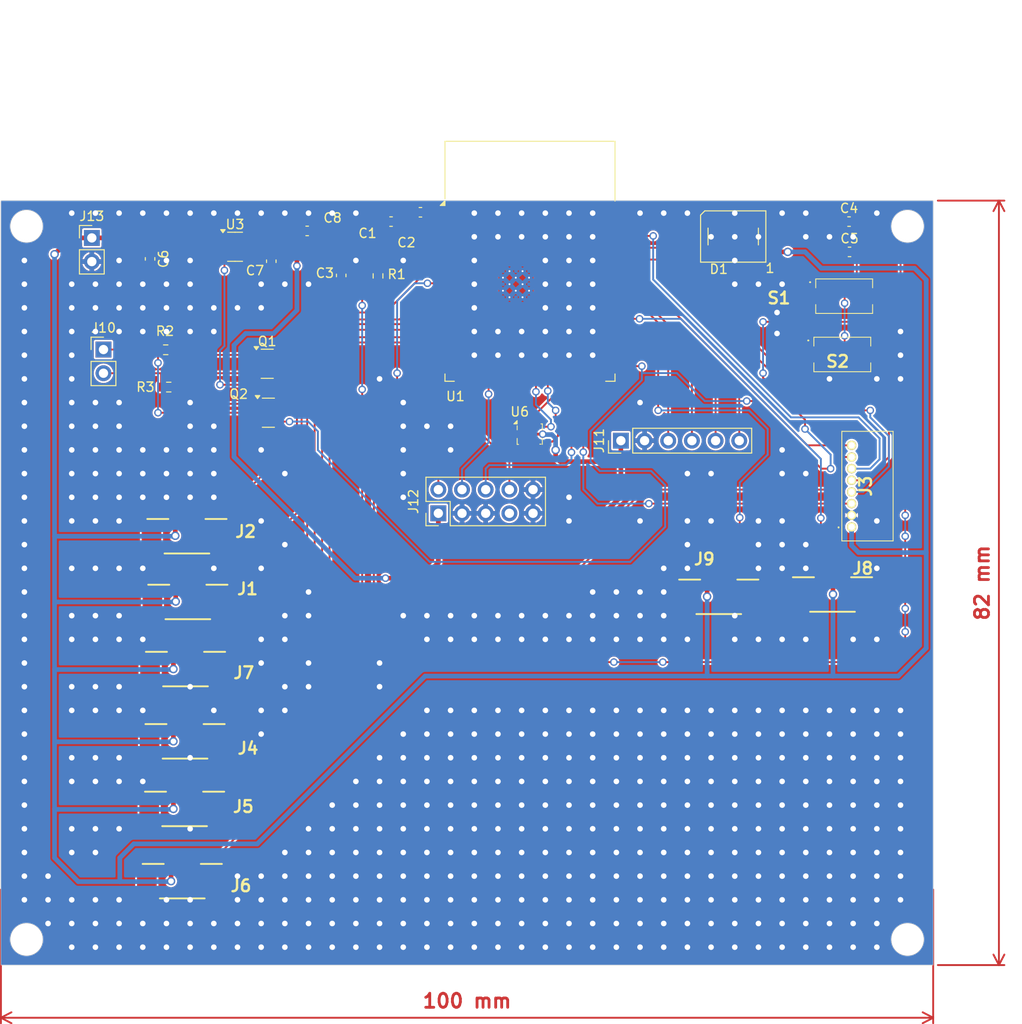
<source format=kicad_pcb>
(kicad_pcb (version 20240108) (generator "pcbnew") (generator_version "8.0")
  (layers (0 "F.Cu" signal) (31 "B.Cu" signal) (34 "B.Paste" user) (35 "F.Paste" user) (36 "B.SilkS" user "B.Silkscreen") (37 "F.SilkS" user "F.Silkscreen") (38 "B.Mask" user) (39 "F.Mask" user) (44 "Edge.Cuts" user))
  (net 0 "")
  (net 1 "GND")
  (net 4 "/LED")
  (net 5 "/UART_PROGRAM_RXD")
  (net 6 "VCC")
  (net 7 "/UART_PROGRAM_TXD")
  (net 9 "/UART_PROGRAM_DTR")
  (net 12 "/EN")
  (net 14 "/UART_PROGRAM_RTS")
  (net 15 "/MTMS")
  (net 16 "/MTDI")
  (net 18 "/DHT22")
  (net 19 "/PMS_TXD")
  (net 20 "/SEN0219")
  (net 21 "/PMS_SET")
  (net 22 "/PMS_RXD")
  (net 23 "/BMP_SDO")
  (net 24 "/PMS_PWM")
  (net 25 "/BMP_SDI")
  (net 26 "/BMP_SCK")
  (net 27 "/PMS_RESET")
  (net 28 "/PMS_SELECT")
  (net 29 "/Hall 1")
  (net 30 "/Hall 5")
  (net 31 "/Hall 4")
  (net 32 "/Hall 6")
  (net 33 "/Hall 3")
  (net 34 "/Hall 2")
  (net 35 "/3V3")
  (net 36 "/IO0")
  (net 37 "Net-(J10-Pin_1)")
  (net 38 "Net-(J10-Pin_2)")
  (net 39 "Net-(Q1-B)")
  (net 40 "Net-(Q2-B)")
  (net 42 "/MTDO")
  (net 43 "/MTCK")
  (footprint "1bmoje:53398-0371" (layer "F.Cu") (at 181.95 80.15)
    (property "Reference" "J8")
    (property "Value" "53398-0371" (hide yes))
  )
  (footprint "Connector_PinHeader_2.54mm:PinHeader_1x02_P2.54mm_Vertical" (layer "F.Cu") (at 103.75 55.725)
    (property "Reference" "J10")
    (property "Value" "Conn_01x02_Pin")
  )
  (footprint "1bmoje:530480810" (layer "F.Cu") (at 184 74.75 -90)
    (property "Reference" "J3")
    (property "Value" "53048-0810" (hide yes))
  )
  (footprint "1bmoje:53398-0371" (layer "F.Cu") (at 169.75 80.4)
    (property "Reference" "J9")
    (property "Value" "53398-0371" (hide yes))
  )
  (footprint "1bmoje:53398-0371" (layer "F.Cu") (at 112.45 103.15)
    (property "Reference" "J5")
    (property "Value" "53398-0371" (hide yes))
  )
  (footprint "Package_TO_SOT_SMD:SOT-23" (layer "F.Cu") (at 121.4375 62.5)
    (property "Reference" "Q2")
    (property "Value" "SS8050")
  )
  (footprint "Package_TO_SOT_SMD:SOT-23-5" (layer "F.Cu") (at 117.8625 44.7)
    (property "Reference" "U3")
    (property "Value" "TLV75733PDBV")
  )
  (footprint "1bmoje:53398-0371" (layer "F.Cu") (at 112.8 80.95)
    (property "Reference" "J1")
    (property "Value" "53398-0371" (hide yes))
  )
  (footprint "Resistor_SMD:R_0603_1608Metric" (layer "F.Cu") (at 110.425 55.75)
    (property "Reference" "R2")
    (property "Value" "10K")
  )
  (footprint "1bmoje:53398-0371" (layer "F.Cu") (at 112.2 110.9)
    (property "Reference" "J6")
    (property "Value" "53398-0371" (hide yes))
  )
  (footprint "1bmoje:PTS636SK25FSMTRLFS" (layer "F.Cu") (at 183.2 50)
    (property "Reference" "S1")
    (property "Value" "PTS636_SK25F_SMTR_LFS" (hide yes))
  )
  (footprint "Connector_PinHeader_2.54mm:PinHeader_1x06_P2.54mm_Vertical" (layer "F.Cu") (at 159.25 65.5 90)
    (property "Reference" "J11")
    (property "Value" "Conn_01x06_Pin")
  )
  (footprint "Capacitor_SMD:C_0603_1608Metric" (layer "F.Cu") (at 108.75 46 -90)
    (property "Reference" "C6")
    (property "Value" "22uF")
  )
  (footprint "Connector_PinHeader_2.54mm:PinHeader_1x02_P2.54mm_Vertical" (layer "F.Cu") (at 102.5 43.75)
    (property "Reference" "J13")
    (property "Value" "Conn_01x02_Pin")
  )
  (footprint "Capacitor_SMD:C_0603_1608Metric" (layer "F.Cu") (at 121.75 46.25 -90)
    (property "Reference" "C7")
    (property "Value" "22uF")
  )
  (footprint "RF_Module:ESP32-WROOM-32D" (layer "F.Cu") (at 149.5 49.245)
    (property "Reference" "U1")
    (property "Value" "ESP32-WROOM-32D")
  )
  (footprint "Package_TO_SOT_SMD:SOT-23" (layer "F.Cu") (at 121.3125 57.25)
    (property "Reference" "Q1")
    (property "Value" "SS8050")
  )
  (footprint "Capacitor_SMD:C_0603_1608Metric" (layer "F.Cu") (at 125.6 43)
    (property "Reference" "C8")
    (property "Value" "22uF")
  )
  (footprint "1bmoje:PTS636SK25FSMTRLFS" (layer "F.Cu") (at 183 56.25)
    (property "Reference" "S2")
    (property "Value" "PTS636_SK25F_SMTR_LFS" (hide yes))
  )
  (footprint "1bmoje:53398-0371" (layer "F.Cu") (at 112.55 88.15)
    (property "Reference" "J7")
    (property "Value" "53398-0371" (hide yes))
  )
  (footprint "Resistor_SMD:R_0603_1608Metric" (layer "F.Cu") (at 110.75 59.75)
    (property "Reference" "R3")
    (property "Value" "10K")
  )
  (footprint "Capacitor_SMD:C_0603_1608Metric" (layer "F.Cu") (at 129.25 47.775 90)
    (property "Reference" "C3")
    (property "Value" "0.1uF")
  )
  (footprint "LED_SMD:LED_WS2812B_PLCC4_5.0x5.0mm_P3.2mm" (layer "F.Cu") (at 171.3 43.6 180)
    (property "Reference" "D1")
    (property "Value" "WS2812B")
  )
  (footprint "Capacitor_SMD:C_0603_1608Metric" (layer "F.Cu") (at 134.6 42 180)
    (property "Reference" "C1")
    (property "Value" "22uF")
  )
  (footprint "Resistor_SMD:R_0603_1608Metric" (layer "F.Cu") (at 133.2 47.825 -90)
    (property "Reference" "R1")
    (property "Value" "10K")
  )
  (footprint "1bmoje:53398-0371" (layer "F.Cu") (at 112.7 73.9)
    (property "Reference" "J2")
    (property "Value" "53398-0371" (hide yes))
  )
  (footprint "Capacitor_SMD:C_0603_1608Metric" (layer "F.Cu") (at 183.725 42)
    (property "Reference" "C4")
    (property "Value" "0.1uF")
  )
  (footprint "1bmoje:53398-0371" (layer "F.Cu") (at 112.5 95.9)
    (property "Reference" "J4")
    (property "Value" "53398-0371" (hide yes))
  )
  (footprint "Capacitor_SMD:C_0603_1608Metric" (layer "F.Cu") (at 183.775 45.25)
    (property "Reference" "C5")
    (property "Value" "0.1uF")
  )
  (footprint "Capacitor_SMD:C_0603_1608Metric" (layer "F.Cu") (at 137.75 41)
    (property "Reference" "C2")
    (property "Value" "0.1uF")
  )
  (footprint "Connector_PinHeader_2.54mm:PinHeader_2x05_P2.54mm_Vertical" (layer "F.Cu") (at 139.67 73.29 90)
    (property "Reference" "J12")
    (property "Value" "Conn_02x05_Odd_Even")
  )
  (footprint "Package_LGA:Bosch_LGA-8_2x2.5mm_P0.65mm_ClockwisePinNumbering" (layer "F.Cu") (at 149.475 64.8)
    (property "Reference" "U6")
    (property "Value" "BMP280")
  )
  (gr_circle (center 95.5 42.5) (end 97.25 42.5) (stroke (width 0.05)) (fill none) (layer "Edge.Cuts"))
  (gr_circle (center 95.5 119) (end 97.25 119) (stroke (width 0.05)) (fill none) (layer "Edge.Cuts"))
  (gr_circle (center 190 119) (end 191.75 119) (stroke (width 0.05)) (fill none) (layer "Edge.Cuts"))
  (gr_rect (start 92.75 39.75) (end 192.75 121.75) (stroke (width 0.05)) (fill none) (layer "Edge.Cuts"))
  (gr_circle (center 190 42.5) (end 191.75 42.5) (stroke (width 0.05)) (fill none) (layer "Edge.Cuts"))
  (dimension (type aligned) (layer "F.Cu") (pts (xy 92.75 113.15) (xy 192.75 113.15)) (height 14.25) (gr_text "100 mm" (at 142.75 125.6 0) (layer "F.Cu") (effects (font (size 1.5 1.5) (thickness 0.3)))) (format (prefix "") (suffix "") (units 3) (units_format 1) (precision 0)) (style (thickness 0.2) (arrow_length 1.27) (text_position_mode 0) (extension_height 0.58642) (extension_offset 0.5) keep_text_aligned))
  (dimension (type aligned) (layer "F.Cu") (pts (xy 192.75 121.75) (xy 192.75 39.75)) (height 7.05) (gr_text "82 mm" (at 198 80.75 90) (layer "F.Cu") (effects (font (size 1.5 1.5) (thickness 0.3)))) (format (prefix "") (suffix "") (units 3) (units_format 1) (precision 0)) (style (thickness 0.2) (arrow_length 1.27) (text_position_mode 0) (extension_height 0.58642) (extension_offset 0.5) keep_text_aligned))
  (segment (start 140.745 41) (end 140.75 40.995) (width 0.2) (layer "F.Cu") (net 1))
  (segment (start 176 54) (end 176 55.5) (width 0.5) (layer "F.Cu") (net 1))
  (segment (start 176.75 56.25) (end 179.7 56.25) (width 0.5) (layer "F.Cu") (net 1))
  (segment (start 176 55.5) (end 176.75 56.25) (width 0.5) (layer "F.Cu") (net 1))
  (via (at 156.225 56.33) (size 0.9) (drill 0.6) (layers "F.Cu" "B.Cu") (net 1))
  (via (at 179.085 99.51) (size 0.9) (drill 0.6) (layers "F.Cu" "B.Cu") (net 1))
  (via (at 107.965 41.09) (size 0.9) (drill 0.6) (layers "F.Cu" "B.Cu") (net 1))
  (via (at 156.225 48.71) (size 0.9) (drill 0.6) (layers "F.Cu" "B.Cu") (net 1))
  (via (at 189.245 109.67) (size 0.9) (drill 0.6) (layers "F.Cu" "B.Cu") (net 1))
  (via (at 105.425 114.75) (size 0.9) (drill 0.6) (layers "F.Cu" "B.Cu") (net 1))
  (via (at 125.745 89.35) (size 0.9) (drill 0.6) (layers "F.Cu" "B.Cu") (net 1))
  (via (at 186.705 58.87) (size 0.9) (drill 0.6) (layers "F.Cu" "B.Cu") (net 1))
  (via (at 166.385 41.09) (size 0.9) (drill 0.6) (layers "F.Cu" "B.Cu") (net 1))
  (via (at 133.365 114.75) (size 0.9) (drill 0.6) (layers "F.Cu" "B.Cu") (net 1))
  (via (at 168.925 107.13) (size 0.9) (drill 0.6) (layers "F.Cu" "B.Cu") (net 1))
  (via (at 95.265 107.13) (size 0.9) (drill 0.6) (layers "F.Cu" "B.Cu") (net 1))
  (via (at 102.885 41.09) (size 0.9) (drill 0.6) (layers "F.Cu" "B.Cu") (net 1))
  (via (at 140.985 102.05) (size 0.9) (drill 0.6) (layers "F.Cu" "B.Cu") (net 1))
  (via (at 110.505 117.29) (size 0.9) (drill 0.6) (layers "F.Cu" "B.Cu") (net 1))
  (via (at 107.965 94.43) (size 0.9) (drill 0.6) (layers "F.Cu" "B.Cu") (net 1))
  (via (at 176.545 117.29) (size 0.9) (drill 0.6) (layers "F.Cu" "B.Cu") (net 1))
  (via (at 140.985 66.49) (size 0.9) (drill 0.6) (layers "F.Cu" "B.Cu") (net 1))
  (via (at 146.065 96.97) (size 0.9) (drill 0.6) (layers "F.Cu" "B.Cu") (net 1))
  (via (at 186.705 102.05) (size 0.9) (drill 0.6) (layers "F.Cu" "B.Cu") (net 1))
  (via (at 100.345 91.89) (size 0.9) (drill 0.6) (layers "F.Cu" "B.Cu") (net 1))
  (via (at 184.165 117.29) (size 0.9) (drill 0.6) (layers "F.Cu" "B.Cu") (net 1))
  (via (at 107.965 66.49) (size 0.9) (drill 0.6) (layers "F.Cu" "B.Cu") (net 1))
  (via (at 95.265 76.65) (size 0.9) (drill 0.6) (layers "F.Cu" "B.Cu") (net 1))
  (via (at 123.205 117.29) (size 0.9) (drill 0.6) (layers "F.Cu" "B.Cu") (net 1))
  (via (at 189.245 99.51) (size 0.9) (drill 0.6) (layers "F.Cu" "B.Cu") (net 1))
  (via (at 110.505 69.03) (size 0.9) (drill 0.6) (layers "F.Cu" "B.Cu") (net 1))
  (via (at 171.465 119.83) (size 0.9) (drill 0.6) (layers "F.Cu" "B.Cu") (net 1))
  (via (at 146.065 94.43) (size 0.9) (drill 0.6) (layers "F.Cu" "B.Cu") (net 1))
  (via (at 113.045 71.57) (size 0.9) (drill 0.6) (layers "F.Cu" "B.Cu") (net 1))
  (via (at 161.305 81.73) (size 0.9) (drill 0.6) (layers "F.Cu" "B.Cu") (net 1))
  (via (at 130.825 104.59) (size 0.9) (drill 0.6) (layers "F.Cu" "B.Cu") (net 1))
  (via (at 184.165 94.43) (size 0.9) (drill 0.6) (layers "F.Cu" "B.Cu") (net 1))
  (via (at 166.385 76.65) (size 0.9) (drill 0.6) (layers "F.Cu" "B.Cu") (net 1))
  (via (at 138.445 96.97) (size 0.9) (drill 0.6) (layers "F.Cu" "B.Cu") (net 1))
  (via (at 181.625 117.29) (size 0.9) (drill 0.6) (layers "F.Cu" "B.Cu") (net 1))
  (via (at 105.425 91.89) (size 0.9) (drill 0.6) (layers "F.Cu" "B.Cu") (net 1))
  (via (at 140.985 96.97) (size 0.9) (drill 0.6) (layers "F.Cu" "B.Cu") (net 1))
  (via (at 95.265 79.19) (size 0.9) (drill 0.6) (layers "F.Cu" "B.Cu") (net 1))
  (via (at 107.965 71.57) (size 0.9) (drill 0.6) (layers "F.Cu" "B.Cu") (net 1))
  (via (at 168.925 99.51) (size 0.9) (drill 0.6) (layers "F.Cu" "B.Cu") (net 1))
  (via (at 163.845 104.59) (size 0.9) (drill 0.6) (layers "F.Cu" "B.Cu") (net 1))
  (via (at 100.345 79.19) (size 0.9) (drill 0.6) (layers "F.Cu" "B.Cu") (net 1))
  (via (at 176.545 94.43) (size 0.9) (drill 0.6) (layers "F.Cu" "B.Cu") (net 1))
  (via (at 158.765 99.51) (size 0.9) (drill 0.6) (layers "F.Cu" "B.Cu") (net 1))
  (via (at 186.705 94.43) (size 0.9) (drill 0.6) (layers "F.Cu" "B.Cu") (net 1))
  (via (at 100.345 86.81) (size 0.9) (drill 0.6) (layers "F.Cu" "B.Cu") (net 1))
  (via (at 148.605 114.75) (size 0.9) (drill 0.6) (layers "F.Cu" "B.Cu") (net 1))
  (via (at 163.845 86.81) (size 0.9) (drill 0.6) (layers "F.Cu" "B.Cu") (net 1))
  (via (at 174.005 76.65) (size 0.9) (drill 0.6) (layers "F.Cu" "B.Cu") (net 1))
  (via (at 115.585 79.19) (size 0.9) (drill 0.6) (layers "F.Cu" "B.Cu") (net 1))
  (via (at 130.825 117.29) (size 0.9) (drill 0.6) (layers "F.Cu" "B.Cu") (net 1))
  (via (at 166.385 94.43) (size 0.9) (drill 0.6) (layers "F.Cu" "B.Cu") (net 1))
  (via (at 100.345 41.09) (size 0.9) (drill 0.6) (layers "F.Cu" "B.Cu") (net 1))
  (via (at 153.685 84.27) (size 0.9) (drill 0.6) (layers "F.Cu" "B.Cu") (net 1))
  (via (at 158.765 114.75) (size 0.9) (drill 0.6) (layers "F.Cu" "B.Cu") (net 1))
  (via (at 179.085 41.09) (size 0.9) (drill 0.6) (layers "F.Cu" "B.Cu") (net 1))
  (via (at 148.605 94.43) (size 0.9) (drill 0.6) (layers "F.Cu" "B.Cu") (net 1))
  (via (at 135.905 107.13) (size 0.9) (drill 0.6) (layers "F.Cu" "B.Cu") (net 1))
  (via (at 125.745 107.13) (size 0.9) (drill 0.6) (layers "F.Cu" "B.Cu") (net 1))
  (via (at 148.605 117.29) (size 0.9) (drill 0.6) (layers "F.Cu" "B.Cu") (net 1))
  (via (at 105.425 119.83) (size 0.9) (drill 0.6) (layers "F.Cu" "B.Cu") (net 1))
  (via (at 135.905 71.57) (size 0.9) (drill 0.6) (layers "F.Cu" "B.Cu") (net 1))
  (via (at 140.985 104.59) (size 0.9) (drill 0.6) (layers "F.Cu" "B.Cu") (net 1))
  (via (at 125.745 109.67) (size 0.9) (drill 0.6) (layers "F.Cu" "B.Cu") (net 1))
  (via (at 176.545 86.81) (size 0.9) (drill 0.6) (layers "F.Cu" "B.Cu") (net 1))
  (via (at 163.845 119.83) (size 0.9) (drill 0.6) (layers "F.Cu" "B.Cu") (net 1))
  (via (at 179.085 104.59) (size 0.9) (drill 0.6) (layers "F.Cu" "B.Cu") (net 1))
  (via (at 95.265 96.97) (size 0.9) (drill 0.6) (layers "F.Cu" "B.Cu") (net 1))
  (via (at 176.545 114.75) (size 0.9) (drill 0.6) (layers "F.Cu" "B.Cu") (net 1))
  (via (at 143.525 41.09) (size 0.9) (drill 0.6) (layers "F.Cu" "B.Cu") (net 1))
  (via (at 110.505 119.83) (size 0.9) (drill 0.6) (layers "F.Cu" "B.Cu") (net 1))
  (via (at 189.245 114.75) (size 0.9) (drill 0.6) (layers "F.Cu" "B.Cu") (net 1))
  (via (at 148.605 109.67) (size 0.9) (drill 0.6) (layers "F.Cu" "B.Cu") (net 1))
  (via (at 140.985 84.27) (size 0.9) (drill 0.6) (layers "F.Cu" "B.Cu") (net 1))
  (via (at 102.885 99.51) (size 0.9) (drill 0.6) (layers "F.Cu" "B.Cu") (net 1))
  (via (at 181.625 104.59) (size 0.9) (drill 0.6) (layers "F.Cu" "B.Cu") (net 1))
  (via (at 105.425 51.25) (size 0.9) (drill 0.6) (layers "F.Cu" "B.Cu") (net 1))
  (via (at 135.905 84.27) (size 0.9) (drill 0.6) (layers "F.Cu" "B.Cu") (net 1))
  (via (at 156.225 46.17) (size 0.9) (drill 0.6) (layers "F.Cu" "B.Cu") (net 1))
  (via (at 153.685 43.63) (size 0.9) (drill 0.6) (layers "F.Cu" "B.Cu") (net 1))
  (via (at 176.545 109.67) (size 0.9) (drill 0.6) (layers "F.Cu" "B.Cu") (net 1))
  (via (at 138.445 109.67) (size 0.9) (drill 0.6) (layers "F.Cu" "B.Cu") (net 1))
  (via (at 128.285 117.29) (size 0.9) (drill 0.6) (layers "F.Cu" "B.Cu") (net 1))
  (via (at 174.005 74.11) (size 0.9) (drill 0.6) (layers "F.Cu" "B.Cu") (net 1))
  (via (at 179.085 107.13) (size 0.9) (drill 0.6) (layers "F.Cu" "B.Cu") (net 1))
  (via (at 179.085 112.21) (size 0.9) (drill 0.6) (layers "F.Cu" "B.Cu") (net 1))
  (via (at 146.065 53.79) (size 0.9) (drill 0.6) (layers "F.Cu" "B.Cu") (net 1))
  (via (at 186.705 99.51) (size 0.9) (drill 0.6) (layers "F.Cu" "B.Cu") (net 1))
  (via (at 113.045 41.09) (size 0.9) (drill 0.6) (layers "F.Cu" "B.Cu") (net 1))
  (via (at 163.845 117.29) (size 0.9) (drill 0.6) (layers "F.Cu" "B.Cu") (net 1))
  (via (at 100.345 69.03) (size 0.9) (drill 0.6) (layers "F.Cu" "B.Cu") (net 1))
  (via (at 135.905 112.21) (size 0.9) (drill 0.6) (layers "F.Cu" "B.Cu") (net 1))
  (via (at 115.585 94.43) (size 0.9) (drill 0.6) (layers "F.Cu" "B.Cu") (net 1))
  (via (at 133.365 107.13) (size 0.9) (drill 0.6) (layers "F.Cu" "B.Cu") (net 1))
  (via (at 135.905 63.95) (size 0.9) (drill 0.6) (layers "F.Cu" "B.Cu") (net 1))
  (via (at 161.305 117.29) (size 0.9) (drill 0.6) (layers "F.Cu" "B.Cu") (net 1))
  (via (at 158.765 112.21) (size 0.9) (drill 0.6) (layers "F.Cu" "B.Cu") (net 1))
  (via (at 148.605 84.27) (size 0.9) (drill 0.6) (layers "F.Cu" "B.Cu") (net 1))
  (via (at 138.445 84.27) (size 0.9) (drill 0.6) (layers "F.Cu" "B.Cu") (net 1))
  (via (at 179.085 69.03) (size 0.9) (drill 0.6) (layers "F.Cu" "B.Cu") (net 1))
  (via (at 105.425 117.29) (size 0.9) (drill 0.6) (layers "F.Cu" "B.Cu") (net 1))
  (via (at 102.885 117.29) (size 0.9) (drill 0.6) (layers "F.Cu" "B.Cu") (net 1))
  (via (at 130.825 114.75) (size 0.9) (drill 0.6) (layers "F.Cu" "B.Cu") (net 1))
  (via (at 125.745 41.09) (size 0.9) (drill 0.6) (layers "F.Cu" "B.Cu") (net 1))
  (via (at 161.305 94.43) (size 0.9) (drill 0.6) (layers "F.Cu" "B.Cu") (net 1))
  (via (at 151.145 41.09) (size 0.9) (drill 0.6) (layers "F.Cu" "B.Cu") (net 1))
  (via (at 166.385 112.21) (size 0.9) (drill 0.6) (layers "F.Cu" "B.Cu") (net 1))
  (via (at 189.245 58.87) (size 0.9) (drill 0.6) (layers "F.Cu" "B.Cu") (net 1))
  (via (at 105.425 99.51) (size 0.9) (drill 0.6) (layers "F.Cu" "B.Cu") (net 1))
  (via (at 179.085 94.43) (size 0.9) (drill 0.6) (layers "F.Cu" "B.Cu") (net 1))
  (via (at 166.385 86.81) (size 0.9) (drill 0.6) (layers "F.Cu" "B.Cu") (net 1))
  (via (at 105.425 53.79) (size 0.9) (drill 0.6) (layers "F.Cu" "B.Cu") (net 1))
  (via (at 161.305 61.41) (size 0.9) (drill 0.6) (layers "F.Cu" "B.Cu") (net 1))
  (via (at 176.545 112.21) (size 0.9) (drill 0.6) (layers "F.Cu" "B.Cu") (net 1))
  (via (at 163.845 81.73) (size 0.9) (drill 0.6) (layers "F.Cu" "B.Cu") (net 1))
  (via (at 143.525 117.29) (size 0.9) (drill 0.6) (layers "F.Cu" "B.Cu") (net 1))
  (via (at 174.005 99.51) (size 0.9) (drill 0.6) (layers "F.Cu" "B.Cu") (net 1))
  (via (at 100.345 94.43) (size 0.9) (drill 0.6) (layers "F.Cu" "B.Cu") (net 1))
  (via (at 176.545 99.51) (size 0.9) (drill 0.6) (layers "F.Cu" "B.Cu") (net 1))
  (via (at 174.005 107.13) (size 0.9) (drill 0.6) (layers "F.Cu" "B.Cu") (net 1))
  (via (at 146.065 56.33) (size 0.9) (drill 0.6) (layers "F.Cu" "B.Cu") (net 1))
  (via (at 140.985 109.67) (size 0.9) (drill 0.6) (layers "F.Cu" "B.Cu") (net 1))
  (via (at 140.985 99.51) (size 0.9) (drill 0.6) (layers "F.Cu" "B.Cu") (net 1))
  (via (at 107.965 117.29) (size 0.9) (drill 0.6) (layers "F.Cu" "B.Cu") (net 1))
  (via (at 143.525 51.25) (size 0.9) (drill 0.6) (layers "F.Cu" "B.Cu") (net 1))
  (via (at 176.545 66.49) (size 0.9) (drill 0.6) (layers "F.Cu" "B.Cu") (net 1))
  (via (at 115.585 117.29) (size 0.9) (drill 0.6) (layers "F.Cu" "B.Cu") (net 1))
  (via (at 174.005 96.97) (size 0.9) (drill 0.6) (layers "F.Cu" "B.Cu") (net 1))
  (via (at 153.685 94.43) (size 0.9) (drill 0.6) (layers "F.Cu" "B.Cu") (net 1))
  (via (at 100.345 109.67) (size 0.9) (drill 0.6) (layers "F.Cu" "B.Cu") (net 1))
  (via (at 123.205 48.71) (size 0.9) (drill 0.6) (layers "F.Cu" "B.Cu") (net 1))
  (via (at 140.985 119.83) (size 0.9) (drill 0.6) (layers "F.Cu" "B.Cu") (net 1))
  (via (at 143.525 112.21) (size 0.9) (drill 0.6) (layers "F.Cu" "B.Cu") (net 1))
  (via (at 113.045 117.29) (size 0.9) (drill 0.6) (layers "F.Cu" "B.Cu") (net 1))
  (via (at 120.665 94.43) (size 0.9) (drill 0.6) (layers "F.Cu" "B.Cu") (net 1))
  (via (at 161.305 96.97) (size 0.9) (drill 0.6) (layers "F.Cu" "B.Cu") (net 1))
  (via (at 181.625 99.51) (size 0.9) (drill 0.6) (layers "F.Cu" "B.Cu") (net 1))
  (via (at 143.525 43.63) (size 0.9) (drill 0.6) (layers "F.Cu" "B.Cu") (net 1))
  (via (at 186.705 104.59) (size 0.9) (drill 0.6) (layers "F.Cu" "B.Cu") (net 1))
  (via (at 128.285 119.83) (size 0.9) (drill 0.6) (layers "F.Cu" "B.Cu") (net 1))
  (via (at 100.345 71.57) (size 0.9) (drill 0.6) (layers "F.Cu" "B.Cu") (net 1))
  (via (at 146.065 86.81) (size 0.9) (drill 0.6) (layers "F.Cu" "B.Cu") (net 1))
  (via (at 168.925 112.21) (size 0.9) (drill 0.6) (layers "F.Cu" "B.Cu") (net 1))
  (via (at 161.305 84.27) (size 0.9) (drill 0.6) (layers "F.Cu" "B.Cu") (net 1))
  (via (at 113.045 107.13) (size 0.9) (drill 0.6) (layers "F.Cu" "B.Cu") (net 1))
  (via (at 120.665 117.29) (size 0.9) (drill 0.6) (layers "F.Cu" "B.Cu") (net 1))
  (via (at 184.165 43.63) (size 0.9) (drill 0.6) (layers "F.Cu" "B.Cu") (net 1))
  (via (at 118.125 112.21) (size 0.9) (drill 0.6) (layers "F.Cu" "B.Cu") (net 1))
  (via (at 97.805 114.75) (size 0.9) (drill 0.6) (layers "F.Cu" "B.Cu") (net 1))
  (via (at 105.425 69.03) (size 0.9) (drill 0.6) (layers "F.Cu" "B.Cu") (net 1))
  (via (at 107.965 48.71) (size 0.9) (drill 0.6) (layers "F.Cu" "B.Cu") (net 1))
  (via (at 166.385 119.83) (size 0.9) (drill 0.6) (layers "F.Cu" "B.Cu") (net 1))
  (via (at 168.925 74.11) (size 0.9) (drill 0.6) (layers "F.Cu" "B.Cu") (net 1))
  (via (at 138.445 104.59) (size 0.9) (drill 0.6) (layers "F.Cu" "B.Cu") (net 1))
  (via (at 153.685 41.09) (size 0.9) (drill 0.6) (layers "F.Cu" "B.Cu") (net 1))
  (via (at 151.145 104.59) (size 0.9) (drill 0.6) (layers "F.Cu" "B.Cu") (net 1))
  (via (at 153.685 99.51) (size 0.9) (drill 0.6) (layers "F.Cu" "B.Cu") (net 1))
  (via (at 102.885 86.81) (size 0.9) (drill 0.6) (layers "F.Cu" "B.Cu") (net 1))
  (via (at 123.205 69.03) (size 0.9) (drill 0.6) (layers "F.Cu" "B.Cu") (net 1))
  (via (at 151.145 51.25) (size 0.9) (drill 0.6) (layers "F.Cu" "B.Cu") (net 1))
  (via (at 100.345 102.05) (size 0.9) (drill 0.6) (layers "F.Cu" "B.Cu") (net 1))
  (via (at 123.205 109.67) (size 0.9) (drill 0.6) (layers "F.Cu" "B.Cu") (net 1))
  (via (at 161.305 41.09) (size 0.9) (drill 0.6) (layers "F.Cu" "B.Cu") (net 1))
  (via (at 130.825 102.05) (size 0.9) (drill 0.6) (layers "F.Cu" "B.Cu") (net 1))
  (via (at 151.145 94.43) (size 0.9) (drill 0.6) (layers "F.Cu" "B.Cu") (net 1))
  (via (at 146.065 114.75) (size 0.9) (drill 0.6) (layers "F.Cu" "B.Cu") (net 1))
  (via (at 100.345 58.87) (size 0.9) (drill 0.6) (layers "F.Cu" "B.Cu") (net 1))
  (via (at 184.165 112.21) (size 0.9) (drill 0.6) (layers "F.Cu" "B.Cu") (net 1))
  (via (at 140.985 63.95) (size 0.9) (drill 0.6) (layers "F.Cu" "B.Cu") (net 1))
  (via (at 151.145 107.13) (size 0.9) (drill 0.6) (layers "F.Cu" "B.Cu") (net 1))
  (via (at 95.265 53.79) (size 0.9) (drill 0.6) (layers "F.Cu" "B.Cu") (net 1))
  (via (at 102.885 107.13) (size 0.9) (drill 0.6) (layers "F.Cu" "B.Cu") (net 1))
  (via (at 115.585 71.57) (size 0.9) (drill 0.6) (layers "F.Cu" "B.Cu") (net 1))
  (via (at 135.905 46.17) (size 0.9) (drill 0.6) (layers "F.Cu" "B.Cu") (net 1))
  (via (at 186.705 74.11) (size 0.9) (drill 0.6) (layers "F.Cu" "B.Cu") (net 1))
  (via (at 181.625 96.97) (size 0.9) (drill 0.6) (layers "F.Cu" "B.Cu") (net 1))
  (via (at 184.165 99.51) (size 0.9) (drill 0.6) (layers "F.Cu" "B.Cu") (net 1))
  (via (at 186.705 107.13) (size 0.9) (drill 0.6) (layers "F.Cu" "B.Cu") (net 1))
  (via (at 168.925 109.67) (size 0.9) (drill 0.6) (layers "F.Cu" "B.Cu") (net 1))
  (via (at 100.345 66.49) (size 0.9) (drill 0.6) (layers "F.Cu" "B.Cu") (net 1))
  (via (at 176 54) (size 0.9) (drill 0.6) (layers "F.Cu" "B.Cu") (net 1))
  (via (at 151.145 102.05) (size 0.9) (drill 0.6) (layers "F.Cu" "B.Cu") (net 1))
  (via (at 130.825 109.67) (size 0.9) (drill 0.6) (layers "F.Cu" "B.Cu") (net 1))
  (via (at 113.045 119.83) (size 0.9) (drill 0.6) (layers "F.Cu" "B.Cu") (net 1))
  (via (at 166.385 109.67) (size 0.9) (drill 0.6) (layers "F.Cu" "B.Cu") (net 1))
  (via (at 120.665 119.83) (size 0.9) (drill 0.6) (layers "F.Cu" "B.Cu") (net 1))
  (via (at 110.505 46.17) (size 0.9) (drill 0.6) (layers "F.Cu" "B.Cu") (net 1))
  (via (at 140.985 112.21) (size 0.9) (drill 0.6) (layers "F.Cu" "B.Cu") (net 1))
  (via (at 171.465 107.13) (size 0.9) (drill 0.6) (layers "F.Cu" "B.Cu") (net 1))
  (via (at 102.885 48.71) (size 0.9) (drill 0.6) (layers "F.Cu" "B.Cu") (net 1))
  (via (at 189.245 96.97) (size 0.9) (drill 0.6) (layers "F.Cu" "B.Cu") (net 1))
  (via (at 130.825 41.09) (size 0.9) (drill 0.6) (layers "F.Cu" "B.Cu") (net 1))
  (via (at 151.145 109.67) (size 0.9) (drill 0.6) (layers "F.Cu" "B.Cu") (net 1))
  (via (at 168.925 104.59) (size 0.9) (drill 0.6) (layers "F.Cu" "B.Cu") (net 1))
  (via (at 174.005 109.67) (size 0.9) (drill 0.6) (layers "F.Cu" "B.Cu") (net 1))
  (via (at 102.885 74.11) (size 0.9) (drill 0.6) (layers "F.Cu" "B.Cu") (net 1))
  (via (at 163.845 94.43) (size 0.9) (drill 0.6) (layers "F.Cu" "B.Cu") (net 1))
  (via (at 153.685 107.13) (size 0.9) (drill 0.6) (layers "F.Cu" "B.Cu") (net 1))
  (via (at 179.085 76.65) (size 0.9) (drill 0.6) (layers "F.Cu" "B.Cu") (net 1))
  (via (at 186.705 117.29) (size 0.9) (drill 0.6) (layers "F.Cu" "B.Cu") (net 1))
  (via (at 95.265 102.05) (size 0.9) (drill 0.6) (layers "F.Cu" "B.Cu") (net 1))
  (via (at 118.125 41.09) (size 0.9) (drill 0.6) (layers "F.Cu" "B.Cu") (net 1))
  (via (at 113.045 91.89) (size 0.9) (drill 0.6) (layers "F.Cu" "B.Cu") (net 1))
  (via (at 161.305 99.51) (size 0.9) (drill 0.6) (layers "F.Cu" "B.Cu") (net 1))
  (via (at 158.765 119.83) (size 0.9) (drill 0.6) (layers "F.Cu" "B.Cu") (net 1))
  (via (at 105.425 66.49) (size 0.9) (drill 0.6) (layers "F.Cu" "B.Cu") (net 1))
  (via (at 100.345 84.27) (size 0.9) (drill 0.6) (layers "F.Cu" "B.Cu") (net 1))
  (via (at 171.465 102.05) (size 0.9) (drill 0.6) (layers "F.Cu" "B.Cu") (net 1))
  (via (at 120.665 89.35) (size 0.9) (drill 0.6) (layers "F.Cu" "B.Cu") (net 1))
  (via (at 184.165 104.59) (size 0.9) (drill 0.6) (layers "F.Cu" "B.Cu") (net 1))
  (via (at 171.465 43.63) (size 0.9) (drill 0.6) (layers "F.Cu" "B.Cu") (net 1))
  (via (at 100.345 74.11) (size 0.9) (drill 0.6) (layers "F.Cu" "B.Cu") (net 1))
  (via (at 153.685 104.59) (size 0.9) (drill 0.6) (layers "F.Cu" "B.Cu") (net 1))
  (via (at 120.665 112.21) (size 0.9) (drill 0.6) (layers "F.Cu" "B.Cu") (net 1))
  (via (at 110.505 51.25) (size 0.9) (drill 0.6) (layers "F.Cu" "B.Cu") (net 1))
  (via (at 189.245 94.43) (size 0.9) (drill 0.6) (layers "F.Cu" "B.Cu") (net 1))
  (via (at 158.765 117.29) (size 0.9) (drill 0.6) (layers "F.Cu" "B.Cu") (net 1))
  (via (at 156.225 102.05) (size 0.9) (drill 0.6) (layers "F.Cu" "B.Cu") (net 1))
  (via (at 133.365 119.83) (size 0.9) (drill 0.6) (layers "F.Cu" "B.Cu") (net 1))
  (via (at 148.605 102.05) (size 0.9) (drill 0.6) (layers "F.Cu" "B.Cu") (net 1))
  (via (at 146.065 99.51) (size 0.9) (drill 0.6) (layers "F.Cu" "B.Cu") (net 1))
  (via (at 161.305 104.59) (size 0.9) (drill 0.6) (layers "F.Cu" "B.Cu") (net 1))
  (via (at 95.265 109.67) (size 0.9) (drill 0.6) (layers "F.Cu" "B.Cu") (net 1))
  (via (at 118.125 119.83) (size 0.9) (drill 0.6) (layers "F.Cu" "B.Cu") (net 1))
  (via (at 166.385 96.97) (size 0.9) (drill 0.6) (layers "F.Cu" "B.Cu") (net 1))
  (via (at 171.465 114.75) (size 0.9) (drill 0.6) (layers "F.Cu" "B.Cu") (net 1))
  (via (at 123.205 112.21) (size 0.9) (drill 0.6) (layers "F.Cu" "B.Cu") (net 1))
  (via (at 156.225 86.81) (size 0.9) (drill 0.6) (layers "F.Cu" "B.Cu") (net 1))
  (via (at 105.425 84.27) (size 0.9) (drill 0.6) (layers "F.Cu" "B.Cu") (net 1))
  (via (at 105.425 63.95) (size 0.9) (drill 0.6) (layers "F.Cu" "B.Cu") (net 1))
  (via (at 156.225 117.29) (size 0.9) (drill 0.6) (layers "F.Cu" "B.Cu") (net 1))
  (via (at 153.685 102.05) (size 0.9) (drill 0.6) (layers "F.Cu" "B.Cu") (net 1))
  (via (at 95.265 84.27) (size 0.9) (drill 0.6) (layers "F.Cu" "B.Cu") (net 1))
  (via (at 148.605 119.83) (size 0.9) (drill 0.6) (layers "F.Cu" "B.Cu") (net 1))
  (via (at 189.245 107.13) (size 0.9) (drill 0.6) (layers "F.Cu" "B.Cu") (net 1))
  (via (at 186.705 41.09) (size 0.9) (drill 0.6) (layers "F.Cu" "B.Cu") (net 1))
  (via (at 156.225 53.79) (size 0.9) (drill 0.6) (layers "F.Cu" "B.Cu") (net 1))
  (via (at 184.165 114.75) (size 0.9) (drill 0.6) (layers "F.Cu" "B.Cu") (net 1))
  (via (at 168.925 96.97) (size 0.9) (drill 0.6) (layers "F.Cu" "B.Cu") (net 1))
  (via (at 146.065 43.63) (size 0.9) (drill 0.6) (layers "F.Cu" "B.Cu") (net 1))
  (via (at 128.285 41.09) (size 0.9) (drill 0.6) (layers "F.Cu" "B.Cu") (net 1))
  (via (at 133.365 117.29) (size 0.9) (drill 0.6) (layers "F.Cu" "B.Cu") (net 1))
  (via (at 118.125 114.75) (size 0.9) (drill 0.6) (layers "F.Cu" "B.Cu") (net 1))
  (via (at 146.065 102.05) (size 0.9) (drill 0.6) (layers "F.Cu" "B.Cu") (net 1))
  (via (at 151.145 46.17) (size 0.9) (drill 0.6) (layers "F.Cu" "B.Cu") (net 1))
  (via (at 186.705 79.19) (size 0.9) (drill 0.6) (layers "F.Cu" "B.Cu") (net 1))
  (via (at 143.525 86.81) (size 0.9) (drill 0.6) (layers "F.Cu" "B.Cu") (net 1))
  (via (at 148.605 104.59) (size 0.9) (drill 0.6) (layers "F.Cu" "B.Cu") (net 1))
  (via (at 151.145 117.29) (size 0.9) (drill 0.6) (layers "F.Cu" "B.Cu") (net 1))
  (via (at 102.885 109.67) (size 0.9) (drill 0.6) (layers "F.Cu" "B.Cu") (net 1))
  (via (at 163.845 84.27) (size 0.9) (drill 0.6) (layers "F.Cu" "B.Cu") (net 1))
  (via (at 171.465 86.81) (size 0.9) (drill 0.6) (layers "F.Cu" "B.Cu") (net 1))
  (via (at 179.085 102.05) (size 0.9) (drill 0.6) (layers "F.Cu" "B.Cu") (net 1))
  (via (at 135.905 104.59) (size 0.9) (drill 0.6) (layers "F.Cu" "B.Cu") (net 1))
  (via (at 135.905 109.67) (size 0.9) (drill 0.6) (layers "F.Cu" "B.Cu") (net 1))
  (via (at 176.545 119.83) (size 0.9) (drill 0.6) (layers "F.Cu" "B.Cu") (net 1))
  (via (at 113.045 51.25) (size 0.9) (drill 0.6) (layers "F.Cu" "B.Cu") (net 1))
  (via (at 153.685 114.75) (size 0.9) (drill 0.6) (layers "F.Cu" "B.Cu") (net 1))
  (via (at 110.505 114.75) (size 0.9) (drill 0.6) (layers "F.Cu" "B.Cu") (net 1))
  (via (at 153.685 46.17) (size 0.9) (drill 0.6) (layers "F.Cu" "B.Cu") (net 1))
  (via (at 158.765 86.81) (size 0.9) (drill 0.6) (layers "F.Cu" "B.Cu") (net 1))
  (via (at 166.385 114.75) (size 0.9) (drill 0.6) (layers "F.Cu" "B.Cu") (net 1))
  (via (at 163.845 112.21) (size 0.9) (drill 0.6) (layers "F.Cu" "B.Cu") (net 1))
  (via (at 171.465 96.97) (size 0.9) (drill 0.6) (layers "F.Cu" "B.Cu") (net 1))
  (via (at 153.685 119.83) (size 0.9) (drill 0.6) (layers "F.Cu" "B.Cu") (net 1))
  (via (at 163.845 96.97) (size 0.9) (drill 0.6) (layers "F.Cu" "B.Cu") (net 1))
  (via (at 130.825 112.21) (size 0.9) (drill 0.6) (layers "F.Cu" "B.Cu") (net 1))
  (via (at 163.845 99.51) (size 0.9) (drill 0.6) (layers "F.Cu" "B.Cu") (net 1))
  (via (at 146.065 109.67) (size 0.9) (drill 0.6) (layers "F.Cu" "B.Cu") (net 1))
  (via (at 189.245 104.59) (size 0.9) (drill 0.6) (layers "F.Cu" "B.Cu") (net 1))
  (via (at 128.285 114.75) (size 0.9) (drill 0.6) (layers "F.Cu" "B.Cu") (net 1))
  (via (at 184.165 109.67) (size 0.9) (drill 0.6) (layers "F.Cu" "B.Cu") (net 1))
  (via (at 156.225 96.97) (size 0.9) (drill 0.6) (layers "F.Cu" "B.Cu") (net 1))
  (via (at 125.745 112.21) (size 0.9) (drill 0.6) (layers "F.Cu" "B.Cu") (net 1))
  (via (at 138.445 94.43) (size 0.9) (drill 0.6) (layers "F.Cu" "B.Cu") (net 1))
  (via (at 181.625 43.63) (size 0.9) (drill 0.6) (layers "F.Cu" "B.Cu") (net 1))
  (via (at 143.525 107.13) (size 0.9) (drill 0.6) (layers "F.Cu" "B.Cu") (net 1))
  (via (at 133.365 89.35) (size 0.9) (drill 0.6) (layers "F.Cu" "B.Cu") (net 1))
  (via (at 133.365 91.89) (size 0.9) (drill 0.6) (layers "F.Cu" "B.Cu") (net 1))
  (via (at 148.605 99.51) (size 0.9) (drill 0.6) (layers "F.Cu" "B.Cu") (net 1))
  (via (at 171.465 84.27) (size 0.9) (drill 0.6) (layers "F.Cu" "B.Cu") (net 1))
  (via (at 184.165 107.13) (size 0.9) (drill 0.6) (layers "F.Cu" "B.Cu") (net 1))
  (via (at 102.885 79.19) (size 0.9) (drill 0.6) (layers "F.Cu" "B.Cu") (net 1))
  (via (at 153.685 109.67) (size 0.9) (drill 0.6) (layers "F.Cu" "B.Cu") (net 1))
  (via (at 174.005 43.63) (size 0.9) (drill 0.6) (layers "F.Cu" "B.Cu") (net 1))
  (via (at 176.545 74.11) (size 0.9) (drill 0.6) (layers "F.Cu" "B.Cu") (net 1))
  (via (at 125.745 119.83) (size 0.9) (drill 0.6) (layers "F.Cu" "B.Cu") (net 1))
  (via (at 123.205 76.65) (size 0.9) (drill 0.6) (layers "F.Cu" "B.Cu") (net 1))
  (via (at 146.065 104.59) (size 0.9) (drill 0.6) (layers "F.Cu" "B.Cu") (net 1))
  (via (at 140.985 94.43) (size 0.9) (drill 0.6) (layers "F.Cu" "B.Cu") (net 1))
  (via (at 148.605 96.97) (size 0.9) (drill 0.6) (layers "F.Cu" "B.Cu") (net 1))
  (via (at 95.265 58.87) (size 0.9) (drill 0.6) (layers "F.Cu" "B.Cu") (net 1))
  (via (at 115.585 41.09) (size 0.9) (drill 0.6) (layers "F.Cu" "B.Cu") (net 1))
  (via (at 156.225 119.83) (size 0.9) (drill 0.6) (layers "F.Cu" "B.Cu") (net 1))
  (via (at 156.225 41.09) (size 0.9) (drill 0.6) (layers "F.Cu" "B.Cu") (net 1))
  (via (at 158.765 96.97) (size 0.9) (drill 0.6) (layers "F.Cu" "B.Cu") (net 1))
  (via (at 107.965 119.83) (size 0.9) (drill 0.6) (layers "F.Cu" "B.Cu") (net 1))
  (via (at 95.265 48.71) (size 0.9) (drill 0.6) (layers "F.Cu" "B.Cu") (net 1))
  (via (at 140.985 107.13) (size 0.9) (drill 0.6) (layers "F.Cu" "B.Cu") (net 1))
  (via (at 156.225 114.75) (size 0.9) (drill 0.6) (layers "F.Cu" "B.Cu") (net 1))
  (via (at 115.585 63.95) (size 0.9) (drill 0.6) (layers "F.Cu" "B.Cu") (net 1))
  (via (at 138.445 107.13) (size 0.9) (drill 0.6) (layers "F.Cu" "B.Cu") (net 1))
  (via (at 143.525 53.79) (size 0.9) (drill 0.6) (layers "F.Cu" "B.Cu") (net 1))
  (via (at 151.145 53.79) (size 0.9) (drill 0.6) (layers "F.Cu" "B.Cu") (net 1))
  (via (at 100.345 119.83) (size 0.9) (drill 0.6) (layers "F.Cu" "B.Cu") (net 1))
  (via (at 168.925 43.63) (size 0.9) (drill 0.6) (layers "F.Cu" "B.Cu") (net 1))
  (via (at 148.605 43.63) (size 0.9) (drill 0.6) (layers "F.Cu" "B.Cu") (net 1))
  (via (at 100.345 51.25) (size 0.9) (drill 0.6) (layers "F.Cu" "B.Cu") (net 1))
  (via (at 186.705 109.67) (size 0.9) (drill 0.6) (layers "F.Cu" "B.Cu") (net 1))
  (via (at 95.265 66.49) (size 0.9) (drill 0.6) (layers "F.Cu" "B.Cu") (net 1))
  (via (at 100.345 53.79) (size 0.9) (drill 0.6) (layers "F.Cu" "B.Cu") (net 1))
  (via (at 95.265 94.43) (size 0.9) (drill 0.6) (layers "F.Cu" "B.Cu") (net 1))
  (via (at 135.905 69.03) (size 0.9) (drill 0.6) (layers "F.Cu" "B.Cu") (net 1))
  (via (at 161.305 102.05) (size 0.9) (drill 0.6) (layers "F.Cu" "B.Cu") (net 1))
  (via (at 113.045 53.79) (size 0.9) (drill 0.6) (layers "F.Cu" "B.Cu") (net 1))
  (via (at 156.225 109.67) (size 0.9) (drill 0.6) (layers "F.Cu" "B.Cu") (net 1))
  (via (at 138.445 114.75) (size 0.9) (drill 0.6) (layers "F.Cu" "B.Cu") (net 1))
  (via (at 107.965 51.25) (size 0.9) (drill 0.6) (layers "F.Cu" "B.Cu") (net 1))
  (via (at 179.085 114.75) (size 0.9) (drill 0.6) (layers "F.Cu" "B.Cu") (net 1))
  (via (at 133.365 104.59) (size 0.9) (drill 0.6) (layers "F.Cu" "B.Cu") (net 1))
  (via (at 171.465 99.51) (size 0.9) (drill 0.6) (layers "F.Cu" "B.Cu") (net 1))
  (via (at 95.265 89.35) (size 0.9) (drill 0.6) (layers "F.Cu" "B.Cu") (net 1))
  (via (at 174.005 48.71) (size 0.9) (drill 0.6) (layers "F.Cu" "B.Cu") (net 1))
  (via (at 105.425 79.19) (size 0.9) (drill 0.6) (layers "F.Cu" "B.Cu") (net 1))
  (via (at 102.885 63.95) (size 0.9) (drill 0.6) (layers "F.Cu" "B.Cu") (net 1))
  (via (at 102.885 119.83) (size 0.9) (drill 0.6) (layers "F.Cu" "B.Cu") (net 1))
  (via (at 156.225 84.27) (size 0.9) (drill 0.6) (layers "F.Cu" "B.Cu") (net 1))
  (via (at 163.845 102.05) (size 0.9) (drill 0.6) (layers "F.Cu" "B.Cu") (net 1))
  (via (at 102.885 84.27) (size 0.9) (drill 0.6) (layers "F.Cu" "B.Cu") (net 1))
  (via (at 151.145 114.75) (size 0.9) (drill 0.6) (layers "F.Cu" "B.Cu") (net 1))
  (via (at 95.265 61.41) (size 0.9) (drill 0.6) (layers "F.Cu" "B.Cu") (net 1))
  (via (at 105.425 61.41) (size 0.9) (drill 0.6) (layers "F.Cu" "B.Cu") (net 1))
  (via (at 110.505 53.79) (size 0.9) (drill 0.6) (layers "F.Cu" "B.Cu") (net 1))
  (via (at 166.385 102.05) (size 0.9) (drill 0.6) (layers "F.Cu" "B.Cu") (net 1))
  (via (at 115.585 53.79) (size 0.9) (drill 0.6) (layers "F.Cu" "B.Cu") (net 1))
  (via (at 146.065 41.09) (size 0.9) (drill 0.6) (layers "F.Cu" "B.Cu") (net 1))
  (via (at 115.585 69.03) (size 0.9) (drill 0.6) (layers "F.Cu" "B.Cu") (net 1))
  (via (at 174.005 79.19) (size 0.9) (drill 0.6) (layers "F.Cu" "B.Cu") (net 1))
  (via (at 168.925 69.03) (size 0.9) (drill 0.6) (layers "F.Cu" "B.Cu") (net 1))
  (via (at 95.265 51.25) (size 0.9) (drill 0.6) (layers "F.Cu" "B.Cu") (net 1))
  (via (at 113.045 63.95) (size 0.9) (drill 0.6) (layers "F.Cu" "B.Cu") (net 1))
  (via (at 158.765 107.13) (size 0.9) (drill 0.6) (layers "F.Cu" "B.Cu") (net 1))
  (via (at 97.805 117.29) (size 0.9) (drill 0.6) (layers "F.Cu" "B.Cu") (net 1))
  (via (at 153.685 51.25) (size 0.9) (drill 0.6) (layers "F.Cu" "B.Cu") (net 1))
  (via (at 135.905 96.97) (size 0.9) (drill 0.6) (layers "F.Cu" "B.Cu") (net 1))
  (via (at 148.605 56.33) (size 0.9) (drill 0.6) (layers "F.Cu" "B.Cu") (net 1))
  (via (at 107.965 53.79) (size 0.9) (drill 0.6) (layers "F.Cu" "B.Cu") (net 1))
  (via (at 143.525 99.51) (size 0.9) (drill 0.6) (layers "F.Cu" "B.Cu") (net 1))
  (via (at 95.265 91.89) (size 0.9) (drill 0.6) (layers "F.Cu" "B.Cu") (net 1))
  (via (at 153.685 53.79) (size 0.9) (drill 0.6) (layers "F.Cu" "B.Cu") (net 1))
  (via (at 184.165 96.97) (size 0.9) (drill 0.6) (layers "F.Cu" "B.Cu") (net 1))
  (via (at 95.265 46.17) (size 0.9) (drill 0.6) (layers "F.Cu" "B.Cu") (net 1))
  (via (at 100.345 63.95) (size 0.9) (drill 0.6) (layers "F.Cu" "B.Cu") (net 1))
  (via (at 120.665 96.97) (size 0.9) (drill 0.6) (layers "F.Cu" "B.Cu") (net 1))
  (via (at 176 51.75) (size 0.9) (drill 0.6) (layers "F.Cu" "B.Cu") (net 1))
  (via (at 110.505 66.49) (size 0.9) (drill 0.6) (layers "F.Cu" "B.Cu") (net 1))
  (via (at 115.585 66.49) (size 0.9) (drill 0.6) (layers "F.Cu" "B.Cu") (net 1))
  (via (at 186.705 114.75) (size 0.9) (drill 0.6) (layers "F.Cu" "B.Cu") (net 1))
  (via (at 95.265 69.03) (size 0.9) (drill 0.6) (layers "F.Cu" "B.Cu") (net 1))
  (via (at 107.965 86.81) (size 0.9) (drill 0.6) (layers "F.Cu" "B.Cu") (net 1))
  (via (at 125.745 114.75) (size 0.9) (drill 0.6) (layers "F.Cu" "B.Cu") (net 1))
  (via (at 118.125 117.29) (size 0.9) (drill 0.6) (layers "F.Cu" "B.Cu") (net 1))
  (via (at 135.905 117.29) (size 0.9) (drill 0.6) (layers "F.Cu" "B.Cu") (net 1))
  (via (at 186.705 119.83) (size 0.9) (drill 0.6) (layers "F.Cu" "B.Cu") (net 1))
  (via (at 163.845 114.75) (size 0.9) (drill 0.6) (layers "F.Cu" "B.Cu") (net 1))
  (via (at 100.345 56.33) (size 0.9) (drill 0.6) (layers "F.Cu" "B.Cu") (net 1))
  (via (at 153.685 56.33) (size 0.9) (drill 0.6) (layers "F.Cu" "B.Cu") (net 1))
  (via (at 102.885 51.25) (size 0.9) (drill 0.6) (layers "F.Cu" "B.Cu") (net 1))
  (via (at 171.465 41.09) (size 0.9) (drill 0.6) (layers "F.Cu" "B.Cu") (net 1))
  (via (at 95.265 74.11) (size 0.9) (drill 0.6) (layers "F.Cu" "B.Cu") (net 1))
  (via (at 143.525 102.05) (size 0.9) (drill 0.6) (layers "F.Cu" "B.Cu") (net 1))
  (via (at 100.345 114.75) (size 0.9) (drill 0.6) (layers "F.Cu" "B.Cu") (net 1))
  (via (at 179.085 86.81) (size 0.9) (drill 0.6) (layers "F.Cu" "B.Cu") (net 1))
  (via (at 181.625 94.43) (size 0.9) (drill 0.6) (layers "F.Cu" "B.Cu") (net 1))
  (via (at 181.625 58.87) (size 0.9) (drill 0.6) (layers "F.Cu" "B.Cu") (net 1))
  (via (at 135.905 119.83) (size 0.9) (drill 0.6) (layers "F.Cu" "B.Cu") (net 1))
  (via (at 133.365 112.21) (size 0.9) (drill 0.6) (layers "F.Cu" "B.Cu") (net 1))
  (via (at 125.745 91.89) (size 0.9) (drill 0.6) (layers "F.Cu" "B.Cu") (net 1))
  (via (at 189.245 56.33) (size 0.9) (drill 0.6) (layers "F.Cu" "B.Cu") (net 1))
  (via (at 171.465 94.43) (size 0.9) (drill 0.6) (layers "F.Cu" "B.Cu") (net 1))
  (via (at 158.765 84.27) (size 0.9) (drill 0.6) (layers "F.Cu" "B.Cu") (net 1))
  (via (at 151.145 48.71) (size 0.9) (drill 0.6) (layers "F.Cu" "B.Cu") (net 1))
  (via (at 174.005 102.05) (size 0.9) (drill 0.6) (layers "F.Cu" "B.Cu") (net 1))
  (via (at 113.045 69.03) (size 0.9) (drill 0.6) (layers "F.Cu" "B.Cu") (net 1))
  (via (at 102.885 66.49) (size 0.9) (drill 0.6) (layers "F.Cu" "B.Cu") (net 1))
  (via (at 95.265 112.21) (size 0.9) (drill 0.6) (layers "F.Cu" "B.Cu") (net 1))
  (via (at 158.765 102.05) (size 0.9) (drill 0.6) (layers "F.Cu" "B.Cu") (net 1))
  (via (at 95.265 56.33) (size 0.9) (drill 0.6) (layers "F.Cu" "B.Cu") (net 1))
  (via (at 153.685 71.57) (size 0.9) (drill 0.6) (layers "F.Cu" "B.Cu") (net 1))
  (via (at 123.205 86.81) (size 0.9) (drill 0.6) (layers "F.Cu" "B.Cu") (net 1))
  (via (at 161.305 114.75) (size 0.9) (drill 0.6) (layers "F.Cu" "B.Cu") (net 1))
  (via (at 151.145 56.33) (size 0.9) (drill 0.6) (layers "F.Cu" "B.Cu") (net 1))
  (via (at 95.265 99.51) (size 0.9) (drill 0.6) (layers "F.Cu" "B.Cu") (net 1))
  (via (at 115.585 51.25) (size 0.9) (drill 0.6) (layers "F.Cu" "B.Cu") (net 1))
  (via (at 179.085 119.83) (size 0.9) (drill 0.6) (layers "F.Cu" "B.Cu") (net 1))
  (via (at 128.285 112.21) (size 0.9) (drill 0.6) (layers "F.Cu" "B.Cu") (net 1))
  (via (at 181.625 102.05) (size 0.9) (drill 0.6) (layers "F.Cu" "B.Cu") (net 1))
  (via (at 174.005 112.21) (size 0.9) (drill 0.6) (layers "F.Cu" "B.Cu") (net 1))
  (via (at 133.365 102.05) (size 0.9) (drill 0.6) (layers "F.Cu" "B.Cu") (net 1))
  (via (at 153.685 112.21) (size 0.9) (drill 0.6) (layers "F.Cu" "B.Cu") (net 1))
  (via (at 151.145 119.83) (size 0.9) (drill 0.6) (layers "F.Cu" "B.Cu") (net 1))
  (via (at 166.385 79.19) (size 0.9) (drill 0.6) (layers "F.Cu" "B.Cu") (net 1))
  (via (at 138.445 117.29) (size 0.9) (drill 0.6) (layers "F.Cu" "B.Cu") (net 1))
  (via (at 174.005 86.81) (size 0.9) (drill 0.6) (layers "F.Cu" "B.Cu") (net 1))
  (via (at 113.045 61.41) (size 0.9) (drill 0.6) (layers "F.Cu" "B.Cu") (net 1))
  (via (at 171.465 112.21) (size 0.9) (drill 0.6) (layers "F.Cu" "B.Cu") (net 1))
  (via (at 176.545 48.71) (size 0.9) (drill 0.6) (layers "F.Cu" "B.Cu") (net 1))
  (via (at 161.305 107.13) (size 0.9) (drill 0.6) (layers "F.Cu" "B.Cu") (net 1))
  (via (at 151.145 84.27) (size 0.9) (drill 0.6) (layers "F.Cu" "B.Cu") (net 1))
  (via (at 120.665 79.19) (size 0.9) (drill 0.6) (layers "F.Cu" "B.Cu") (net 1))
  (via (at 143.525 96.97) (size 0.9) (drill 0.6) (layers "F.Cu" "B.Cu") (net 1))
  (via (at 189.245 102.05) (size 0.9) (drill 0.6) (layers "F.Cu" "B.Cu") (net 1))
  (via (at 110.505 71.57) (size 0.9) (drill 0.6) (layers "F.Cu" "B.Cu") (net 1))
  (via (at 158.765 81.73) (size 0.9) (drill 0.6) (layers "F.Cu" "B.Cu") (net 1))
  (via (at 151.145 96.97) (size 0.9) (drill 0.6) (layers "F.Cu" "B.Cu") (net 1))
  (via (at 148.605 53.79) (size 0.9) (drill 0.6) (layers "F.Cu" "B.Cu") (net 1))
  (via (at 171.465 104.59) (size 0.9) (drill 0.6) (layers "F.Cu" "B.Cu") (net 1))
  (via (at 133.365 99.51) (size 0.9) (drill 0.6) (layers "F.Cu" "B.Cu") (net 1))
  (via (at 174.005 119.83) (size 0.9) (drill 0.6) (layers "F.Cu" "B.Cu") (net 1))
  (via (at 128.285 104.59) (size 0.9) (drill 0.6) (layers "F.Cu" "B.Cu") (net 1))
  (via (at 189.245 112.21) (size 0.9) (drill 0.6) (layers "F.Cu" "B.Cu") (net 1))
  (via (at 156.225 104.59) (size 0.9) (drill 0.6) (layers "F.Cu" "B.Cu") (net 1))
  (via (at 158.765 104.59) (size 0.9) (drill 0.6) (layers "F.Cu" "B.Cu") (net 1))
  (via (at 168.925 94.43) (size 0.9) (drill 0.6) (layers "F.Cu" "B.Cu") (net 1))
  (via (at 156.225 51.25) (size 0.9) (drill 0.6) (layers "F.Cu" "B.Cu") (net 1))
  (via (at 125.745 84.27) (size 0.9) (drill 0.6) (layers "F.Cu" "B.Cu") (net 1))
  (via (at 171.465 109.67) (size 0.9) (drill 0.6) (layers "F.Cu" "B.Cu") (net 1))
  (via (at 166.385 104.59) (size 0.9) (drill 0.6) (layers "F.Cu" "B.Cu") (net 1))
  (via (at 120.665 86.81) (size 0.9) (drill 0.6) (layers "F.Cu" "B.Cu") (net 1))
  (via (at 151.145 86.81) (size 0.9) (drill 0.6) (layers "F.Cu" "B.Cu") (net 1))
  (via (at 123.205 94.43) (size 0.9) (drill 0.6) (layers "F.Cu" "B.Cu") (net 1))
  (via (at 166.385 117.29) (size 0.9) (drill 0.6) (layers "F.Cu" "B.Cu") (net 1))
  (via (at 148.605 41.09) (size 0.9) (drill 0.6) (layers "F.Cu" "B.Cu") (net 1))
  (via (at 143.525 48.71) (size 0.9) (drill 0.6) (layers "F.Cu" "B.Cu") (net 1))
  (via (at 151.145 99.51) (size 0.9) (drill 0.6) (layers "F.Cu" "B.Cu") (net 1))
  (via (at 95.265 86.81) (size 0.9) (drill 0.6) (layers "F.Cu" "B.Cu") (net 1))
  (via (at 161.305 74.11) (size 0.9) (drill 0.6) (layers "F.Cu" "B.Cu") (net 1))
  (via (at 146.065 119.83) (size 0.9) (drill 0.6) (layers "F.Cu" "B.Cu") (net 1))
  (via (at 138.445 86.81) (size 0.9) (drill 0.6) (layers "F.Cu" "B.Cu") (net 1))
  (via (at 113.045 46.17) (size 0.9) (drill 0.6) (layers "F.Cu" "B.Cu") (net 1))
  (via (at 105.425 94.43) (size 0.9) (drill 0.6) (layers "F.Cu" "B.Cu") (net 1))
  (via (at 143.525 94.43) (size 0.9) (drill 0.6) (layers "F.Cu" "B.Cu") (net 1))
  (via (at 184.165 86.81) (size 0.9) (drill 0.6) (layers "F.Cu" "B.Cu") (net 1))
  (via (at 143.525 119.83) (size 0.9) (drill 0.6) (layers "F.Cu" "B.Cu") (net 1))
  (via (at 102.885 69.03) (size 0.9) (drill 0.6) (layers "F.Cu" "B.Cu") (net 1))
  (via (at 143.525 84.27) (size 0.9) (drill 0.6) (layers "F.Cu" "B.Cu") (net 1))
  (via (at 95.265 71.57) (size 0.9) (drill 0.6) (layers "F.Cu" "B.Cu") (net 1))
  (via (at 102.885 71.57) (size 0.9) (drill 0.6) (layers "F.Cu" "B.Cu") (net 1))
  (via (at 168.925 102.05) (size 0.9) (drill 0.6) (layers "F.Cu" "B.Cu") (net 1))
  (via (at 163.845 109.67) (size 0.9) (drill 0.6) (layers "F.Cu" "B.Cu") (net 1))
  (via (at 156.225 112.21) (size 0.9) (drill 0.6) (layers "F.Cu" "B.Cu") (net 1))
  (via (at 153.685 48.71) (size 0.9) (drill 0.6) (layers "F.Cu" "B.Cu") (net 1))
  (via (at 171.465 117.29) (size 0.9) (drill 0.6) (layers "F.Cu" "B.Cu") (net 1))
  (via (at 168.925 119.83) (size 0.9) (drill 0.6) (layers "F.Cu" "B.Cu") (net 1))
  (via (at 166.385 69.03) (size 0.9) (drill 0.6) (layers "F.Cu" "B.Cu") (net 1))
  (via (at 113.045 48.71) (size 0.9) (drill 0.6) (layers "F.Cu" "B.Cu") (net 1))
  (via (at 168.925 117.29) (size 0.9) (drill 0.6) (layers "F.Cu" "B.Cu") (net 1))
  (via (at 148.605 112.21) (size 0.9) (drill 0.6) (layers "F.Cu" "B.Cu") (net 1))
  (via (at 156.225 94.43) (size 0.9) (drill 0.6) (layers "F.Cu" "B.Cu") (net 1))
  (via (at 176.545 41.09) (size 0.9) (drill 0.6) (layers "F.Cu" "B.Cu") (net 1))
  (via (at 151.145 112.21) (size 0.9) (drill 0.6) (layers "F.Cu" "B.Cu") (net 1))
  (via (at 123.205 119.83) (size 0.9) (drill 0.6) (layers "F.Cu" "B.Cu") (net 1))
  (via (at 123.205 41.09) (size 0.9) (drill 0.6) (layers "F.Cu" "B.Cu") (net 1))
  (via (at 135.905 66.49) (size 0.9) (drill 0.6) (layers "F.Cu" "B.Cu") (net 1))
  (via (at 176.545 102.05) (size 0.9) (drill 0.6) (layers "F.Cu" "B.Cu") (net 1))
  (via (at 105.425 71.57) (size 0.9) (drill 0.6) (layers "F.Cu" "B.Cu") (net 1))
  (via (at 153.685 96.97) (size 0.9) (drill 0.6) (layers "F.Cu" "B.Cu") (net 1))
  (via (at 95.265 114.75) (size 0.9) (drill 0.6) (layers "F.Cu" "B.Cu") (net 1))
  (via (at 168.925 114.75) (size 0.9) (drill 0.6) (layers "F.Cu" "B.Cu") (net 1))
  (via (at 174.005 104.59) (size 0.9) (drill 0.6) (layers "F.Cu" "B.Cu") (net 1))
  (via (at 133.365 58.87) (size 0.9) (drill 0.6) (layers "F.Cu" "B.Cu") (net 1))
  (via (at 123.205 84.27) (size 0.9) (drill 0.6) (layers "F.Cu" "B.Cu") (net 1))
  (via (at 105.425 48.71) (size 0.9) (drill 0.6) (layers "F.Cu" "B.Cu") (net 1))
  (via (at 163.845 41.09) (size 0.9) (drill 0.6) (layers "F.Cu" "B.Cu") (net 1))
  (via (at 123.205 91.89) (size 0.9) (drill 0.6) (layers "F.Cu" "B.Cu") (net 1))
  (via (at 181.625 112.21) (size 0.9) (drill 0.6) (layers "F.Cu" "B.Cu") (net 1))
  (via (at 120.665 48.71) (size 0.9) (drill 0.6) (layers "F.Cu" "B.Cu") (net 1))
  (via (at 156.225 99.51) (size 0.9) (drill 0.6) (layers "F.Cu" "B.Cu") (net 1))
  (via (at 100.345 117.29) (size 0.9) (drill 0.6) (layers "F.Cu" "B.Cu") (net 1))
  (via (at 179.085 109.67) (size 0.9) (drill 0.6) (layers "F.Cu" "B.Cu") (net 1))
  (via (at 138.445 119.83) (size 0.9) (drill 0.6) (layers "F.Cu" "B.Cu") (net 1))
  (via (at 186.705 112.21) (size 0.9) (drill 0.6) (layers "F.Cu" "B.Cu") (net 1))
  (via (at 166.385 99.51) (size 0.9) (drill 0.6) (layers "F.Cu" "B.Cu") (net 1))
  (via (at 100.345 99.51) (size 0.9) (drill 0.6) (layers "F.Cu" "B.Cu") (net 1))
  (via (at 113.045 114.75) (size 0.9) (drill 0.6) (layers "F.Cu" "B.Cu") (net 1))
  (via (at 135.905 114.75) (size 0.9) (drill 0.6) (layers "F.Cu" "B.Cu") (net 1))
  (via (at 130.825 107.13) (size 0.9) (drill 0.6) (layers "F.Cu" "B.Cu") (net 1))
  (via (at 163.845 107.13) (size 0.9) (drill 0.6) (layers "F.Cu" "B.Cu") (net 1))
  (via (at 125.745 48.71) (size 0.9) (drill 0.6) (layers "F.Cu" "B.Cu") (net 1))
  (via (at 176.545 76.65) (size 0.9) (drill 0.6) (layers "F.Cu" "B.Cu") (net 1))
  (via (at 153.685 74.11) (size 0.9) (drill 0.6) (layers "F.Cu" "B.Cu") (net 1))
  (via (at 151.145 43.63) (size 0.9) (drill 0.6) (layers "F.Cu" "B.Cu") (net 1))
  (via (at 184.165 119.83) (size 0.9) (drill 0.6) (layers "F.Cu" "B.Cu") (net 1))
  (via (at 181.625 109.67) (size 0.9) (drill 0.6) (layers "F.Cu" "B.Cu") (net 1))
  (via (at 110.505 41.09) (size 0.9) (drill 0.6) (layers "F.Cu" "B.Cu") (net 1))
  (via (at 166.385 107.13) (size 0.9) (drill 0.6) (layers "F.Cu" "B.Cu") (net 1))
  (via (at 143.525 109.67) (size 0.9) (drill 0.6) (layers "F.Cu" "B.Cu") (net 1))
  (via (at 179.085 79.19) (size 0.9) (drill 0.6) (layers "F.Cu" "B.Cu") (net 1))
  (via (at 171.465 48.71) (size 0.9) (drill 0.6) (layers "F.Cu" "B.Cu") (net 1))
  (via (at 133.365 109.67) (size 0.9) (drill 0.6) (layers "F.Cu" "B.Cu") (net 1))
  (via (at 143.525 46.17) (size 0.9) (drill 0.6) (layers "F.Cu" "B.Cu") (net 1))
  (via (at 105.425 46.17) (size 0.9) (drill 0.6) (layers "F.Cu" "B.Cu") (net 1))
  (via (at 135.905 61.41) (size 0.9) (drill 0.6) (layers "F.Cu" "B.Cu") (net 1))
  (via (at 125.745 81.73) (size 0.9) (drill 0.6) (layers "F.Cu" "B.Cu") (net 1))
  (via (at 179.085 43.63) (size 0.9) (drill 0.6) (layers "F.Cu" "B.Cu") (net 1))
  (via (at 128.285 109.67) (size 0.9) (drill 0.6) (layers "F.Cu" "B.Cu") (net 1))
  (via (at 105.425 86.81) (size 0.9) (drill 0.6) (layers "F.Cu" "B.Cu") (net 1))
  (via (at 146.065 117.29) (size 0.9) (drill 0.6) (layers "F.Cu" "B.Cu") (net 1))
  (via (at 156.225 81.73) (size 0.9) (drill 0.6) (layers "F.Cu" "B.Cu") (net 1))
  (via (at 140.985 114.75) (size 0.9) (drill 0.6) (layers "F.Cu" "B.Cu") (net 1))
  (via (at 120.665 41.09) (size 0.9) (drill 0.6) (layers "F.Cu" "B.Cu") (net 1))
  (via (at 113.045 99.51) (size 0.9) (drill 0.6) (layers "F.Cu" "B.Cu") (net 1))
  (via (at 102.885 53.79) (size 0.9) (drill 0.6) (layers "F.Cu" "B.Cu") (net 1))
  (via (at 174.005 117.29) (size 0.9) (drill 0.6) (layers "F.Cu" "B.Cu") (net 1))
  (via (at 102.885 102.05) (size 0.9) (drill 0.6) (layers "F.Cu" "B.Cu") (net 1))
  (via (at 166.385 74.11) (size 0.9) (drill 0.6) (layers "F.Cu" "B.Cu") (net 1))
  (via (at 181.625 114.75) (size 0.9) (drill 0.6) (layers "F.Cu" "B.Cu") (net 1))
  (via (at 102.885 91.89) (size 0.9) (drill 0.6) (layers "F.Cu" "B.Cu") (net 1))
  (via (at 100.345 61.41) (size 0.9) (drill 0.6) (layers "F.Cu" "B.Cu") (net 1))
  (via (at 156.225 43.63) (size 0.9) (drill 0.6) (layers "F.Cu" "B.Cu") (net 1))
  (via (at 140.985 117.29) (size 0.9) (drill 0.6) (layers "F.Cu" "B.Cu") (net 1))
  (via (at 120.665 66.49) (size 0.9) (drill 0.6) (layers "F.Cu" "B.Cu") (net 1))
  (via (at 176.545 107.13) (size 0.9) (drill 0.6) (layers "F.Cu" "B.Cu") (net 1))
  (via (at 143.525 114.75) (size 0.9) (drill 0.6) (layers "F.Cu" "B.Cu") (net 1))
  (via (at 118.125 51.25) (size 0.9) (drill 0.6) (layers "F.Cu" "B.Cu") (net 1))
  (via (at 161.305 109.67) (size 0.9) (drill 0.6) (layers "F.Cu" "B.Cu") (net 1))
  (via (at 125.745 117.29) (size 0.9) (drill 0.6) (layers "F.Cu" "B.Cu") (net 1))
  (via (at 130.825 119.83) (size 0.9) (drill 0.6) (layers "F.Cu" "B.Cu") (net 1))
  (via (at 128.285 107.13) (size 0.9) (drill 0.6) (layers "F.Cu" "B.Cu") (net 1))
  (via (at 110.505 48.71) (size 0.9) (drill 0.6) (layers "F.Cu" "B.Cu") (net 1))
  (via (at 163.845 79.19) (size 0.9) (drill 0.6) (layers "F.Cu" "B.Cu") (net 1))
  (via (at 120.665 51.25) (size 0.9) (drill 0.6) (layers "F.Cu" "B.Cu") (net 1))
  (via (at 138.445 63.95) (size 0.9) (drill 0.6) (layers "F.Cu" "B.Cu") (net 1))
  (via (at 186.705 96.97) (size 0.9) (drill 0.6) (layers "F.Cu" "B.Cu") (net 1))
  (via (at 153.685 117.29) (size 0.9) (drill 0.6) (layers "F.Cu" "B.Cu") (net 1))
  (via (at 176.545 104.59) (size 0.9) (drill 0.6) (layers "F.Cu" "B.Cu") (net 1))
  (via (at 148.605 107.13) (size 0.9) (drill 0.6) (layers "F.Cu" "B.Cu") (net 1))
  (via (at 100.345 48.71) (size 0.9) (drill 0.6) (layers "F.Cu" "B.Cu") (net 1))
  (via (at 171.465 46.17) (size 0.9) (drill 0.6) (layers "F.Cu" "B.Cu") (net 1))
  (via (at 97.805 112.21) (size 0.9) (drill 0.6) (layers "F.Cu" "B.Cu") (net 1))
  (via (at 105.425 74.11) (size 0.9) (drill 0.6) (layers "F.Cu" "B.Cu") (net 1))
  (via (at 161.305 86.81) (size 0.9) (drill 0.6) (layers "F.Cu" "B.Cu") (net 1))
  (via (at 140.985 86.81) (size 0.9) (drill 0.6) (layers "F.Cu" "B.Cu") (net 1))
  (via (at 107.965 69.03) (size 0.9) (drill 0.6) (layers "F.Cu" "B.Cu") (net 1))
  (via (at 123.205 114.75) (size 0.9) (drill 0.6) (layers "F.Cu" "B.Cu") (net 1))
  (via (at 189.245 53.79) (size 0.9) (drill 0.6) (layers "F.Cu" "B.Cu") (net 1))
  (via (at 105.425 102.05) (size 0.9) (drill 0.6) (layers "F.Cu" "B.Cu") (net 1))
  (via (at 174.005 114.75) (size 0.9) (drill 0.6) (layers "F.Cu" "B.Cu") (net 1))
  (via (at 143.525 104.59) (size 0.9) (drill 0.6) (layers "F.Cu" "B.Cu") (net 1))
  (via (at 176.545 69.03) (size 0.9) (drill 0.6) (layers "F.Cu" "B.Cu") (net 1))
  (via (at 146.065 107.13) (size 0.9) (drill 0.6) (layers "F.Cu" "B.Cu") (net 1))
  (via (at 181.625 119.83) (size 0.9) (drill 0.6) (layers "F.Cu" "B.Cu") (net 1))
  (via (at 102.885 114.75) (size 0.9) (drill 0.6) (layers "F.Cu" "B.Cu") (net 1))
  (via (at 158.765 109.67) (size 0.9) (drill 0.6) (layers "F.Cu" "B.Cu") (net 1))
  (via (at 181.625 107.13) (size 0.9) (drill 0.6) (layers "F.Cu" "B.Cu") (net 1))
  (via (at 105.425 107.13) (size 0.9) (drill 0.6) (layers "F.Cu" "B.Cu") (net 1))
  (via (at 100.345 107.13) (size 0.9) (drill 0.6) (layers "F.Cu" "B.Cu") (net 1))
  (via (at 138.445 102.05) (size 0.9) (drill 0.6) (layers "F.Cu" "B.Cu") (net 1))
  (via (at 120.665 74.11) (size 0.9) (drill 0.6) (layers "F.Cu" "B.Cu") (net 1))
  (via (at 143.525 56.33) (size 0.9) (drill 0.6) (layers "F.Cu" "B.Cu") (net 1))
  (via (at 174.005 94.43) (size 0.9) (drill 0.6) (layers "F.Cu" "B.Cu") (net 1))
  (via (at 161.305 119.83) (size 0.9) (drill 0.6) (layers "F.Cu" "B.Cu") (net 1))
  (via (at 120.665 114.75) (size 0.9) (drill 0.6) (layers "F.Cu" "B.Cu") (net 1))
  (via (at 107.965 79.19) (size 0.9) (drill 0.6) (layers "F.Cu" "B.Cu") (net 1))
  (via (at 113.045 66.49) (size 0.9) (drill 0.6) (layers "F.Cu" "B.Cu") (net 1))
  (via (at 115.585 119.83) (size 0.9) (drill 0.6) (layers "F.Cu" "B.Cu") (net 1))
  (via (at 95.265 104.59) (size 0.9) (drill 0.6) (layers "F.Cu" "B.Cu") (net 1))
  (via (at 102.885 94.43) (size 0.9) (drill 0.6) (layers "F.Cu" "B.Cu") (net 1))
  (via (at 156.225 107.13) (size 0.9) (drill 0.6) (layers "F.Cu" "B.Cu") (net 1))
  (via (at 179.085 117.29) (size 0.9) (drill 0.6) (layers "F.Cu" "B.Cu") (net 1))
  (via (at 135.905 99.51) (size 0.9) (drill 0.6) (layers "F.Cu" "B.Cu") (net 1))
  (via (at 179.085 96.97) (size 0.9) (drill 0.6) (layers "F.Cu" "B.Cu") (net 1))
  (via (at 176.545 79.19) (size 0.9) (drill 0.6) (layers "F.Cu" "B.Cu") (net 1))
  (via (at 176.545 96.97) (size 0.9) (drill 0.6) (layers "F.Cu" "B.Cu") (net 1))
  (via (at 138.445 99.51) (size 0.9) (drill 0.6) (layers "F.Cu" "B.Cu") (net 1))
  (via (at 158.765 94.43) (size 0.9) (drill 0.6) (layers "F.Cu" "B.Cu") (net 1))
  (via (at 130.825 46.17) (size 0.9) (drill 0.6) (layers "F.Cu" "B.Cu") (net 1))
  (via (at 146.065 112.21) (size 0.9) (drill 0.6) (layers "F.Cu" "B.Cu") (net 1))
  (via (at 105.425 41.09) (size 0.9) (drill 0.6) (layers "F.Cu" "B.Cu") (net 1))
  (via (at 102.885 61.41) (size 0.9) (drill 0.6) (layers "F.Cu" "B.Cu") (net 1))
  (via (at 148.605 86.81) (size 0.9) (drill 0.6) (layers "F.Cu" "B.Cu") (net 1))
  (via (at 186.705 86.81) (size 0.9) (drill 0.6) (layers "F.Cu" "B.Cu") (net 1))
  (via (at 184.165 102.05) (size 0.9) (drill 0.6) (layers "F.Cu" "B.Cu") (net 1))
  (via (at 95.265 81.73) (size 0.9) (drill 0.6) (layers "F.Cu" "B.Cu") (net 1))
  (via (at 138.445 112.21) (size 0.9) (drill 0.6) (layers "F.Cu" "B.Cu") (net 1))
  (via (at 135.905 102.05) (size 0.9) (drill 0.6) (layers "F.Cu" "B.Cu") (net 1))
  (via (at 95.265 63.95) (size 0.9) (drill 0.6) (layers "F.Cu" "B.Cu") (net 1))
  (via (at 146.065 84.27) (size 0.9) (drill 0.6) (layers "F.Cu" "B.Cu") (net 1))
  (via (at 153.685 86.81) (size 0.9) (drill 0.6) (layers "F.Cu" "B.Cu") (net 1))
  (via (at 107.965 102.05) (size 0.9) (drill 0.6) (layers "F.Cu" "B.Cu") (net 1))
  (via (at 161.305 112.21) (size 0.9) (drill 0.6) (layers "F.Cu" "B.Cu") (net 1))
  (segment (start 176 51.75) (end 176 54) (width 0.5) (layer "B.Cu") (net 1))
  (segment (start 163.265 42.265) (end 158.25 42.265) (width 0.2) (layer "F.Cu") (net 4))
  (segment (start 166.25 45.25) (end 163.265 42.265) (width 0.2) (layer "F.Cu") (net 4))
  (segment (start 168.85 45.25) (end 166.25 45.25) (width 0.2) (layer "F.Cu") (net 4))
  (segment (start 164.33 65.5) (end 164.33 55.93) (width 0.2) (layer "F.Cu") (net 5))
  (segment (start 163.365 54.965) (end 158.25 54.965) (width 0.2) (layer "F.Cu") (net 5))
  (segment (start 164.33 55.93) (end 163.365 54.965) (width 0.2) (layer "F.Cu") (net 5))
  (segment (start 111.25 95.8) (end 111.25 97.75) (width 0.5) (layer "F.Cu") (net 6))
  (segment (start 168.5 80.275) (end 168.5 82.225) (width 0.5) (layer "F.Cu") (net 6))
  (segment (start 108.75 43.75) (end 102.5 43.75) (width 0.5) (layer "F.Cu") (net 6))
  (segment (start 173.75 45.25) (end 177.15 45.25) (width 0.5) (layer "F.Cu") (net 6))
  (segment (start 98.5 45.5) (end 100.25 43.75) (width 0.5) (layer "F.Cu") (net 6))
  (segment (start 111.25 103.05) (end 111.25 105) (width 0.5) (layer "F.Cu") (net 6))
  (segment (start 111.25 88.05) (end 111.25 90) (width 0.5) (layer "F.Cu") (net 6))
  (segment (start 182 80.025) (end 182 81.975) (width 0.5) (layer "F.Cu") (net 6))
  (segment (start 111.45 73.75) (end 111.45 75.7) (width 0.5) (layer "F.Cu") (net 6))
  (segment (start 108.75 45.225) (end 108.75 43.75) (width 0.5) (layer "F.Cu") (net 6))
  (segment (start 116.725 43.75) (end 108.75 43.75) (width 0.5) (layer "F.Cu") (net 6))
  (segment (start 111.5 80.8) (end 111.5 82.75) (width 0.5) (layer "F.Cu") (net 6))
  (segment (start 100.25 43.75) (end 102.5 43.75) (width 0.5) (layer "F.Cu") (net 6))
  (segment (start 111 110.8) (end 111 112.75) (width 0.5) (layer "F.Cu") (net 6))
  (via (at 98.5 45.5) (size 0.9) (drill 0.6) (layers "F.Cu" "B.Cu") (net 6))
  (via (at 168.5 82.225) (size 0.9) (drill 0.6) (layers "F.Cu" "B.Cu") (net 6))
  (via (at 111.45 75.7) (size 0.9) (drill 0.6) (layers "F.Cu" "B.Cu") (net 6))
  (via (at 111.25 90) (size 0.9) (drill 0.6) (layers "F.Cu" "B.Cu") (net 6))
  (via (at 111.5 82.75) (size 0.9) (drill 0.6) (layers "F.Cu" "B.Cu") (net 6))
  (via (at 111.25 105) (size 0.9) (drill 0.6) (layers "F.Cu" "B.Cu") (net 6))
  (via (at 111.25 97.75) (size 0.9) (drill 0.6) (layers "F.Cu" "B.Cu") (net 6))
  (via (at 111 112.75) (size 0.9) (drill 0.6) (layers "F.Cu" "B.Cu") (net 6))
  (via (at 182 81.975) (size 0.9) (drill 0.6) (layers "F.Cu" "B.Cu") (net 6))
  (via (at 177.15 45.25) (size 0.9) (drill 0.6) (layers "F.Cu" "B.Cu") (net 6))
  (segment (start 98.5 105) (end 98.5 110.25) (width 0.5) (layer "B.Cu") (net 6))
  (segment (start 111.4 75.75) (end 98.5 75.75) (width 0.5) (layer "B.Cu") (net 6))
  (segment (start 105.5 112.8) (end 105.5 110.25) (width 0.5) (layer "B.Cu") (net 6))
  (segment (start 111.2 97.8) (end 98.7 97.8) (width 0.5) (layer "B.Cu") (net 6))
  (segment (start 120.25 108.75) (end 138.25 90.75) (width 0.5) (layer "B.Cu") (net 6))
  (segment (start 138.25 90.75) (end 168.5 90.75) (width 0.5) (layer "B.Cu") (net 6))
  (segment (start 98.5 75.75) (end 98.5 83) (width 0.5) (layer "B.Cu") (net 6))
  (segment (start 98.5 110.25) (end 101.05 112.8) (width 0.5) (layer "B.Cu") (net 6))
  (segment (start 98.55 90.05) (end 98.5 90) (width 0.5) (layer "B.Cu") (net 6))
  (segment (start 189 90.75) (end 192 87.75) (width 0.5) (layer "B.Cu") (net 6))
  (segment (start 105.5 112.8) (end 101.05 112.8) (width 0.5) (layer "B.Cu") (net 6))
  (segment (start 110.95 112.8) (end 105.5 112.8) (width 0.5) (layer "B.Cu") (net 6))
  (segment (start 168.5 82.225) (end 168.5 90.75) (width 0.5) (layer "B.Cu") (net 6))
  (segment (start 98.5 98) (end 98.5 105) (width 0.5) (layer "B.Cu") (net 6))
  (segment (start 98.5 83) (end 98.5 90) (width 0.5) (layer "B.Cu") (net 6))
  (segment (start 184.75 77.5) (end 192 77.5) (width 0.5) (layer "B.Cu") (net 6))
  (segment (start 192 87.75) (end 192 77.5) (width 0.5) (layer "B.Cu") (net 6))
  (segment (start 105.5 110.25) (end 107 108.75) (width 0.5) (layer "B.Cu") (net 6))
  (segment (start 98.5 90) (end 98.5 98) (width 0.5) (layer "B.Cu") (net 6))
  (segment (start 107 108.75) (end 120.25 108.75) (width 0.5) (layer "B.Cu") (net 6))
  (segment (start 168.5 90.75) (end 182 90.75) (width 0.5) (layer "B.Cu") (net 6))
  (segment (start 182 90.75) (end 189 90.75) (width 0.5) (layer "B.Cu") (net 6))
  (segment (start 190.75 47) (end 180.75 47) (width 0.5) (layer "B.Cu") (net 6))
  (segment (start 192 48.25) (end 190.75 47) (width 0.5) (layer "B.Cu") (net 6))
  (segment (start 111.45 82.8) (end 98.7 82.8) (width 0.5) (layer "B.Cu") (net 6))
  (segment (start 111.2 105.05) (end 98.55 105.05) (width 0.5) (layer "B.Cu") (net 6))
  (segment (start 111.2 90.05) (end 98.55 90.05) (width 0.5) (layer "B.Cu") (net 6))
  (segment (start 184 74.75) (end 184 76.75) (width 0.5) (layer "B.Cu") (net 6))
  (segment (start 98.55 105.05) (end 98.5 105) (width 0.5) (layer "B.Cu") (net 6))
  (segment (start 184 76.75) (end 184.75 77.5) (width 0.5) (layer "B.Cu") (net 6))
  (segment (start 111.45 75.7) (end 111.4 75.75) (width 0.5) (layer "B.Cu") (net 6))
  (segment (start 179 45.25) (end 177.15 45.25) (width 0.5) (layer "B.Cu") (net 6))
  (segment (start 98.5 45.5) (end 98.5 75.75) (width 0.5) (layer "B.Cu") (net 6))
  (segment (start 182 81.975) (end 182 90.75) (width 0.5) (layer "B.Cu") (net 6))
  (segment (start 180.75 47) (end 179 45.25) (width 0.5) (layer "B.Cu") (net 6))
  (segment (start 192 77.5) (end 192 48.25) (width 0.5) (layer "B.Cu") (net 6))
  (segment (start 166.87 65.5) (end 166.87 57.47) (width 0.2) (layer "F.Cu") (net 7))
  (segment (start 166.87 57.47) (end 163.095 53.695) (width 0.2) (layer "F.Cu") (net 7))
  (segment (start 163.095 53.695) (end 158.25 53.695) (width 0.2) (layer "F.Cu") (net 7))
  (segment (start 161.555 51.155) (end 158.25 51.155) (width 0.2) (layer "F.Cu") (net 9))
  (segment (start 169.41 59.01) (end 161.555 51.155) (width 0.2) (layer "F.Cu") (net 9))
  (segment (start 169.41 65.5) (end 169.41 59.01) (width 0.2) (layer "F.Cu") (net 9))
  (segment (start 183.75 56.25) (end 184.5 56.25) (width 0.2) (layer "F.Cu") (net 12))
  (segment (start 184.5 59.75) (end 185 60.25) (width 0.2) (layer "F.Cu") (net 12))
  (segment (start 185 60.25) (end 188.75 60.25) (width 0.2) (layer "F.Cu") (net 12))
  (segment (start 123.75 56.5) (end 123 55.75) (width 0.2) (layer "F.Cu") (net 12))
  (segment (start 122.25 55) (end 126.375 50.875) (width 0.2) (layer "F.Cu") (net 12))
  (segment (start 128.25 49.75) (end 129.25 49.75) (width 0.2) (layer "F.Cu") (net 12))
  (segment (start 116.725 45.65) (end 116.725 47.225) (width 0.2) (layer "F.Cu") (net 12))
  (segment (start 184.5 56.25) (end 186.3 56.25) (width 0.2) (layer "F.Cu") (net 12))
  (segment (start 126.375 50.875) (end 127.5 49.75) (width 0.2) (layer "F.Cu") (net 12))
  (segment (start 138.465 43.535) (end 140.75 43.535) (width 0.2) (layer "F.Cu") (net 12))
  (segment (start 183.25 54.25) (end 183.25 55.75) (width 0.2) (layer "F.Cu") (net 12))
  (segment (start 133.2 48.65) (end 133.2 49.75) (width 0.2) (layer "F.Cu") (net 12))
  (segment (start 127.5 49.75) (end 128.25 49.75) (width 0.2) (layer "F.Cu") (net 12))
  (segment (start 189.75 61.25) (end 189.75 73.5) (width 0.2) (layer "F.Cu") (net 12))
  (segment (start 123.25 59.5) (end 123.75 59) (width 0.2) (layer "F.Cu") (net 12))
  (segment (start 131.5 49.75) (end 133.2 49.75) (width 0.2) (layer "F.Cu") (net 12))
  (segment (start 189.75 87.75) (end 188.25 89.25) (width 0.2) (layer "F.Cu") (net 12))
  (segment (start 134.5 49.75) (end 137 47.25) (width 0.2) (layer "F.Cu") (net 12))
  (segment (start 131.5 83) (end 131.5 60) (width 0.2) (layer "F.Cu") (net 12))
  (segment (start 131.5 51) (end 131.5 49.75) (width 0.2) (layer "F.Cu") (net 12))
  (segment (start 189.75 86) (end 189.75 87.75) (width 0.2) (layer "F.Cu") (net 12))
  (segment (start 137 45) (end 138.465 43.535) (width 0.2) (layer "F.Cu") (net 12))
  (segment (start 131.5 83) (end 137.75 89.25) (width 0.2) (layer "F.Cu") (net 12))
  (segment (start 123.75 59) (end 123.75 56.5) (width 0.2) (layer "F.Cu") (net 12))
  (segment (start 137 47.25) (end 137 45) (width 0.2) (layer "F.Cu") (net 12))
  (segment (start 131 49.75) (end 131.5 49.75) (width 0.2) (layer "F.Cu") (net 12))
  (segment (start 122.25 57.25) (end 122.25 55.75) (width 0.2) (layer "F.Cu") (net 12))
  (segment (start 183.25 49.75) (end 183.25 50.75) (width 0.2) (layer "F.Cu") (net 12))
  (segment (start 140.75 43.535) (end 140.75 43.5) (width 0.2) (layer "F.Cu") (net 12))
  (segment (start 123 55.75) (end 122.25 55.75) (width 0.2) (layer "F.Cu") (net 12))
  (segment (start 129.25 49.75) (end 131 49.75) (width 0.2) (layer "F.Cu") (net 12))
  (segment (start 122.25 55.75) (end 122.25 55) (width 0.2) (layer "F.Cu") (net 12))
  (segment (start 184.5 56.25) (end 184.5 59.75) (width 0.2) (layer "F.Cu") (net 12))
  (segment (start 133.2 49.75) (end 134.5 49.75) (width 0.2) (layer "F.Cu") (net 12))
  (segment (start 129.25 48.55) (end 129.25 49.75) (width 0.2) (layer "F.Cu") (net 12))
  (segment (start 137.75 89.25) (end 158.5 89.25) (width 0.2) (layer "F.Cu") (net 12))
  (segment (start 183.25 55.75) (end 183.75 56.25) (width 0.2) (layer "F.Cu") (net 12))
  (segment (start 184.55 48.45) (end 183.25 49.75) (width 0.2) (layer "F.Cu") (net 12))
  (segment (start 188.25 89.25) (end 163.75 89.25) (width 0.2) (layer "F.Cu") (net 12))
  (segment (start 184.55 45.25) (end 184.55 48.45) (width 0.2) (layer "F.Cu") (net 12))
  (segment (start 116.25 59.5) (end 123.25 59.5) (width 0.2) (layer "F.Cu") (net 12))
  (segment (start 188.75 60.25) (end 189.75 61.25) (width 0.2) (layer "F.Cu") (net 12))
  (segment (start 189.75 75.75) (end 189.75 83.5) (width 0.2) (layer "F.Cu") (net 12))
  (via (at 131.5 51) (size 0.8) (drill 0.52) (layers "F.Cu" "B.Cu") (net 12))
  (via (at 116.725 47.225) (size 0.8) (drill 0.52) (layers "F.Cu" "B.Cu") (net 12))
  (via (at 158.5 89.25) (size 0.8) (drill 0.52) (layers "F.Cu" "B.Cu") (net 12))
  (via (at 189.75 73.5) (size 0.8) (drill 0.52) (layers "F.Cu" "B.Cu") (net 12))
  (via (at 189.75 83.5) (size 0.8) (drill 0.52) (layers "F.Cu" "B.Cu") (net 12))
  (via (at 189.75 75.75) (size 0.8) (drill 0.52) (layers "F.Cu" "B.Cu") (net 12))
  (via (at 116.25 59.5) (size 0.8) (drill 0.52) (layers "F.Cu" "B.Cu") (net 12))
  (via (at 131.5 60) (size 0.8) (drill 0.52) (layers "F.Cu" "B.Cu") (net 12))
  (via (at 163.75 89.25) (size 0.8) (drill 0.52) (layers "F.Cu" "B.Cu") (net 12))
  (via (at 183.25 50.75) (size 0.8) (drill 0.52) (layers "F.Cu" "B.Cu") (net 12))
  (via (at 183.25 54.25) (size 0.8) (drill 0.52) (layers "F.Cu" "B.Cu") (net 12))
  (via (at 189.75 86) (size 0.8) (drill 0.52) (layers "F.Cu" "B.Cu") (net 12))
  (segment (start 116.25 55.815) (end 116.25 59.5) (width 0.2) (layer "B.Cu") (net 12))
  (segment (start 116.725 55.34) (end 116.25 55.815) (width 0.2) (layer "B.Cu") (net 12))
  (segment (start 189.75 83.5) (end 189.75 86) (width 0.2) (layer "B.Cu") (net 12))
  (segment (start 183.25 50.75) (end 183.25 54.25) (width 0.2) (layer "B.Cu") (net 12))
  (segment (start 116.725 47.225) (end 116.725 55.34) (width 0.2) (layer "B.Cu") (net 12))
  (segment (start 189.75 73.5) (end 189.75 75.75) (width 0.2) (layer "B.Cu") (net 12))
  (segment (start 163.75 89.25) (end 158.5 89.25) (width 0.2) (layer "B.Cu") (net 12))
  (segment (start 131.5 60) (end 131.5 51) (width 0.2) (layer "B.Cu") (net 12))
  (segment (start 171.95 65.5) (end 171.95 60.7) (width 0.2) (layer "F.Cu") (net 14))
  (segment (start 171.95 60.7) (end 161.135 49.885) (width 0.2) (layer "F.Cu") (net 14))
  (segment (start 161.135 49.885) (end 158.25 49.885) (width 0.2) (layer "F.Cu") (net 14))
  (segment (start 139.67 68.42) (end 137 65.75) (width 0.2) (layer "F.Cu") (net 15))
  (segment (start 138.765 56.235) (end 140.75 56.235) (width 0.2) (layer "F.Cu") (net 15))
  (segment (start 137 65.75) (end 137 58) (width 0.2) (layer "F.Cu") (net 15))
  (segment (start 139.67 70.75) (end 139.67 68.42) (width 0.2) (layer "F.Cu") (net 15))
  (segment (start 137 58) (end 138.765 56.235) (width 0.2) (layer "F.Cu") (net 15))
  (segment (start 139.5 62.25) (end 138.25 61) (width 0.2) (layer "F.Cu") (net 16))
  (segment (start 138.75 57.5) (end 138.755 57.505) (width 0.2) (layer "F.Cu") (net 16))
  (segment (start 138.755 57.505) (end 140.75 57.505) (width 0.2) (layer "F.Cu") (net 16))
  (segment (start 147.29 67.79) (end 141.75 62.25) (width 0.2) (layer "F.Cu") (net 16))
  (segment (start 138.25 61) (end 138.25 58) (width 0.2) (layer "F.Cu") (net 16))
  (segment (start 147.29 70.75) (end 147.29 67.79) (width 0.2) (layer "F.Cu") (net 16))
  (segment (start 138.25 58) (end 138.75 57.5) (width 0.2) (layer "F.Cu") (net 16))
  (segment (start 141.75 62.25) (end 139.5 62.25) (width 0.2) (layer "F.Cu") (net 16))
  (segment (start 163.25 62.25) (end 163.25 57.5) (width 0.2) (layer "F.Cu") (net 18))
  (segment (start 169.75 80.25) (end 169.75 77) (width 0.2) (layer "F.Cu") (net 18))
  (segment (start 161.985 56.235) (end 158.25 56.235) (width 0.2) (layer "F.Cu") (net 18))
  (segment (start 169.75 77) (end 172 74.75) (width 0.2) (layer "F.Cu") (net 18))
  (segment (start 163.25 57.5) (end 161.985 56.235) (width 0.2) (layer "F.Cu") (net 18))
  (segment (start 172 74.75) (end 172 73.75) (width 0.2) (layer "F.Cu") (net 18))
  (via (at 172 73.75) (size 0.8) (drill 0.52) (layers "F.Cu" "B.Cu") (net 18))
  (via (at 163.25 62.25) (size 0.8) (drill 0.52) (layers "F.Cu" "B.Cu") (net 18))
  (segment (start 173 62.25) (end 163.25 62.25) (width 0.2) (layer "B.Cu") (net 18))
  (segment (start 172 73.75) (end 172 70) (width 0.2) (layer "B.Cu") (net 18))
  (segment (start 175 64.25) (end 173 62.25) (width 0.2) (layer "B.Cu") (net 18))
  (segment (start 175 67) (end 175 64.25) (width 0.2) (layer "B.Cu") (net 18))
  (segment (start 172 70) (end 175 67) (width 0.2) (layer "B.Cu") (net 18))
  (segment (start 188 67.25) (end 188 62.5) (width 0.2) (layer "F.Cu") (net 19))
  (segment (start 185.5 69.75) (end 188 67.25) (width 0.2) (layer "F.Cu") (net 19))
  (segment (start 184 69.75) (end 185.5 69.75) (width 0.2) (layer "F.Cu") (net 19))
  (segment (start 186.5 61) (end 179.5 61) (width 0.2) (layer "F.Cu") (net 19))
  (segment (start 188 62.5) (end 186.5 61) (width 0.2) (layer "F.Cu") (net 19))
  (segment (start 179.5 61) (end 163.305 44.805) (width 0.2) (layer "F.Cu") (net 19))
  (segment (start 163.305 44.805) (end 158.25 44.805) (width 0.2) (layer "F.Cu") (net 19))
  (segment (start 158.25 52.425) (end 161.25 52.425) (width 0.2) (layer "F.Cu") (net 20))
  (segment (start 180.7 80) (end 180.7 73.8) (width 0.2) (layer "F.Cu") (net 20))
  (via (at 161.25 52.425) (size 0.8) (drill 0.52) (layers "F.Cu" "B.Cu") (net 20))
  (via (at 180.7 73.8) (size 0.8) (drill 0.52) (layers "F.Cu" "B.Cu") (net 20))
  (segment (start 161.25 52.425) (end 165.675 52.425) (width 0.2) (layer "B.Cu") (net 20))
  (segment (start 165.675 52.425) (end 180.7 67.45) (width 0.2) (layer "B.Cu") (net 20))
  (segment (start 180.7 67.45) (end 180.7 73.8) (width 0.2) (layer "B.Cu") (net 20))
  (segment (start 184 72.25) (end 162.25 72.25) (width 0.2) (layer "F.Cu") (net 21))
  (segment (start 155.22 58.755) (end 155.22 66.72) (width 0.2) (layer "F.Cu") (net 21))
  (via (at 162.25 72.25) (size 0.8) (drill 0.52) (layers "F.Cu" "B.Cu") (net 21))
  (via (at 155.22 66.72) (size 0.8) (drill 0.52) (layers "F.Cu" "B.Cu") (net 21))
  (segment (start 155.22 70.72) (end 155.22 66.72) (width 0.2) (layer "B.Cu") (net 21))
  (segment (start 156.75 72.25) (end 155.22 70.72) (width 0.2) (layer "B.Cu") (net 21))
  (segment (start 162.25 72.25) (end 156.75 72.25) (width 0.2) (layer "B.Cu") (net 21))
  (segment (start 179.5 62.25) (end 163.325 46.075) (width 0.2) (layer "F.Cu") (net 22))
  (segment (start 186 62.25) (end 179.5 62.25) (width 0.2) (layer "F.Cu") (net 22))
  (segment (start 163.325 46.075) (end 158.25 46.075) (width 0.2) (layer "F.Cu") (net 22))
  (via (at 186 62.25) (size 0.8) (drill 0.52) (layers "F.Cu" "B.Cu") (net 22))
  (segment (start 186 63) (end 186 62.25) (width 0.2) (layer "B.Cu") (net 22))
  (segment (start 188 68.25) (end 188 65) (width 0.2) (layer "B.Cu") (net 22))
  (segment (start 185.25 71) (end 188 68.25) (width 0.2) (layer "B.Cu") (net 22))
  (segment (start 188 65) (end 186 63) (width 0.2) (layer "B.Cu") (net 22))
  (segment (start 184 71) (end 185.25 71) (width 0.2) (layer "B.Cu") (net 22))
  (segment (start 152.5 63.5) (end 152.25 63.25) (width 0.2) (layer "F.Cu") (net 23))
  (segment (start 152.5 65) (end 152.5 63.5) (width 0.2) (layer "F.Cu") (net 23))
  (segment (start 150.45 65.6) (end 151.9 65.6) (width 0.2) (layer "F.Cu") (net 23))
  (segment (start 151.9 65.6) (end 152.5 65) (width 0.2) (layer "F.Cu") (net 23))
  (segment (start 151.41 58.755) (end 151.41 60.16) (width 0.2) (layer "F.Cu") (net 23))
  (segment (start 152.25 63.25) (end 152.25 62.25) (width 0.2) (layer "F.Cu") (net 23))
  (via (at 152.25 62.25) (size 0.8) (drill 0.52) (layers "F.Cu" "B.Cu") (net 23))
  (via (at 151.41 60.16) (size 0.8) (drill 0.52) (layers "F.Cu" "B.Cu") (net 23))
  (segment (start 151.41 60.16) (end 151.41 61.41) (width 0.2) (layer "B.Cu") (net 23))
  (segment (start 151.41 61.41) (end 152.25 62.25) (width 0.2) (layer "B.Cu") (net 23))
  (segment (start 184 67.25) (end 182.75 67.25) (width 0.2) (layer "F.Cu") (net 24))
  (segment (start 182.75 67.25) (end 182.5 67.5) (width 0.2) (layer "F.Cu") (net 24))
  (segment (start 159.75 74.25) (end 151.75 82.25) (width 0.2) (layer "F.Cu") (net 24))
  (segment (start 159.75 72.76005) (end 159.75 74.25) (width 0.2) (layer "F.Cu") (net 24))
  (segment (start 151.75 82.25) (end 134.25 82.25) (width 0.2) (layer "F.Cu") (net 24))
  (segment (start 132.75 80.75) (end 132.75 78.75) (width 0.2) (layer "F.Cu") (net 24))
  (segment (start 181.25 70.75) (end 161.76005 70.75) (width 0.2) (layer "F.Cu") (net 24))
  (segment (start 182.5 67.5) (end 182.5 69.5) (width 0.2) (layer "F.Cu") (net 24))
  (segment (start 161.76005 70.75) (end 159.75 72.76005) (width 0.2) (layer "F.Cu") (net 24))
  (segment (start 182.5 69.5) (end 181.25 70.75) (width 0.2) (layer "F.Cu") (net 24))
  (segment (start 135.25 59.5) (end 135.25 58.25) (width 0.2) (layer "F.Cu") (net 24))
  (segment (start 134.25 82.25) (end 132.75 80.75) (width 0.2) (layer "F.Cu") (net 24))
  (segment (start 132.75 62) (end 135.25 59.5) (width 0.2) (layer "F.Cu") (net 24))
  (segment (start 132.75 78.75) (end 132.75 62) (width 0.2) (layer "F.Cu") (net 24))
  (segment (start 140.75 48.615) (end 138.5 48.615) (width 0.2) (layer "F.Cu") (net 24))
  (via (at 138.5 48.615) (size 0.8) (drill 0.52) (layers "F.Cu" "B.Cu") (net 24))
  (via (at 135.25 58.25) (size 0.8) (drill 0.52) (layers "F.Cu" "B.Cu") (net 24))
  (segment (start 135.25 50.5) (end 135.25 58.25) (width 0.2) (layer "B.Cu") (net 24))
  (segment (start 137.135 48.615) (end 135.25 50.5) (width 0.2) (layer "B.Cu") (net 24))
  (segment (start 138.5 48.615) (end 137.135 48.615) (width 0.2) (layer "B.Cu") (net 24))
  (segment (start 149.8 62.95) (end 152.68 60.07) (width 0.2) (layer "F.Cu") (net 25))
  (segment (start 152.68 60.07) (end 152.68 58.755) (width 0.2) (layer "F.Cu") (net 25))
  (segment (start 149.8 64) (end 149.8 62.95) (width 0.2) (layer "F.Cu") (net 25))
  (segment (start 150.45 64) (end 151.75 64) (width 0.2) (layer "F.Cu") (net 26))
  (segment (start 150.14 60.25) (end 150.14 60.36) (width 0.2) (layer "F.Cu") (net 26))
  (segment (start 150.14 58.755) (end 150.14 60.25) (width 0.2) (layer "F.Cu") (net 26))
  (via (at 150.14 60.25) (size 0.8) (drill 0.52) (layers "F.Cu" "B.Cu") (net 26))
  (via (at 151.75 64) (size 0.8) (drill 0.52) (layers "F.Cu" "B.Cu") (net 26))
  (segment (start 150.14 61.64) (end 151.75 63.25) (width 0.2) (layer "B.Cu") (net 26))
  (segment (start 150.14 60.25) (end 150.14 61.64) (width 0.2) (layer "B.Cu") (net 26))
  (segment (start 151.75 63.25) (end 151.75 64) (width 0.2) (layer "B.Cu") (net 26))
  (segment (start 158.25 43.535) (end 162.715 43.535) (width 0.2) (layer "F.Cu") (net 27))
  (via (at 162.715 43.535) (size 0.8) (drill 0.52) (layers "F.Cu" "B.Cu") (net 27))
  (segment (start 162.715 48.215) (end 177.5 63) (width 0.2) (layer "B.Cu") (net 27))
  (segment (start 186 68.5) (end 184 68.5) (width 0.2) (layer "B.Cu") (net 27))
  (segment (start 177.5 63) (end 184.75 63) (width 0.2) (layer "B.Cu") (net 27))
  (segment (start 162.715 43.535) (end 162.715 48.215) (width 0.2) (layer "B.Cu") (net 27))
  (segment (start 184.75 63) (end 187 65.25) (width 0.2) (layer "B.Cu") (net 27))
  (segment (start 187 67.5) (end 186 68.5) (width 0.2) (layer "B.Cu") (net 27))
  (segment (start 187 65.25) (end 187 67.5) (width 0.2) (layer "B.Cu") (net 27))
  (segment (start 179.25 66) (end 160.595 47.345) (width 0.2) (layer "F.Cu") (net 28))
  (segment (start 184 66) (end 179.25 66) (width 0.2) (layer "F.Cu") (net 28))
  (segment (start 160.595 47.345) (end 158.25 47.345) (width 0.2) (layer "F.Cu") (net 28))
  (segment (start 126.495 81.419339) (end 126.4 81.324339) (width 0.2) (layer "F.Cu") (net 29))
  (segment (start 138.325 52.425) (end 140.75 52.425) (width 0.2) (layer "F.Cu") (net 29))
  (segment (start 129.6 53.6) (end 137.15 53.6) (width 0.2) (layer "F.Cu") (net 29))
  (segment (start 126.4 56.8) (end 129.6 53.6) (width 0.2) (layer "F.Cu") (net 29))
  (segment (start 126.495 85.755) (end 126.495 81.419339) (width 0.2) (layer "F.Cu") (net 29))
  (segment (start 137.15 53.6) (end 138.325 52.425) (width 0.2) (layer "F.Cu") (net 29))
  (segment (start 116.5 95.75) (end 126.495 85.755) (width 0.2) (layer "F.Cu") (net 29))
  (segment (start 126.4 81.324339) (end 126.4 56.8) (width 0.2) (layer "F.Cu") (net 29))
  (segment (start 113.75 95.75) (end 116.5 95.75) (width 0.2) (layer "F.Cu") (net 29))
  (segment (start 113.95 73.75) (end 116.25 73.75) (width 0.2) (layer "F.Cu") (net 30))
  (segment (start 124.5 55.75) (end 128.5 51.75) (width 0.2) (layer "F.Cu") (net 30))
  (segment (start 116.25 73.75) (end 124.5 65.5) (width 0.2) (layer "F.Cu") (net 30))
  (segment (start 124.5 65.5) (end 124.5 55.75) (width 0.2) (layer "F.Cu") (net 30))
  (segment (start 134 51.75) (end 138.405 47.345) (width 0.2) (layer "F.Cu") (net 30))
  (segment (start 128.5 51.75) (end 134 51.75) (width 0.2) (layer "F.Cu") (net 30))
  (segment (start 138.405 47.345) (end 140.75 47.345) (width 0.2) (layer "F.Cu") (net 30))
  (segment (start 113.95 80.75) (end 117 80.75) (width 0.2) (layer "F.Cu") (net 31))
  (segment (start 125 72.75) (end 125 56) (width 0.2) (layer "F.Cu") (net 31))
  (segment (start 128.5 52.5) (end 135.5 52.5) (width 0.2) (layer "F.Cu") (net 31))
  (segment (start 138.115 49.885) (end 140.75 49.885) (width 0.2) (layer "F.Cu") (net 31))
  (segment (start 125 56) (end 128.5 52.5) (width 0.2) (layer "F.Cu") (net 31))
  (segment (start 117 80.75) (end 125 72.75) (width 0.2) (layer "F.Cu") (net 31))
  (segment (start 135.5 52.5) (end 138.115 49.885) (width 0.2) (layer "F.Cu") (net 31))
  (segment (start 125.6 77.55) (end 125.6 56.4) (width 0.2) (layer "F.Cu") (net 32))
  (segment (start 125.6 56.4) (end 129 53) (width 0.2) (layer "F.Cu") (net 32))
  (segment (start 135.8 53) (end 137.645 51.155) (width 0.2) (layer "F.Cu") (net 32))
  (segment (start 115.15 88) (end 125.6 77.55) (width 0.2) (layer "F.Cu") (net 32))
  (segment (start 137.645 51.155) (end 140.75 51.155) (width 0.2) (layer "F.Cu") (net 32))
  (segment (start 129 53) (end 135.8 53) (width 0.2) (layer "F.Cu") (net 32))
  (segment (start 113.75 88) (end 115.15 88) (width 0.2) (layer "F.Cu") (net 32))
  (segment (start 115.25 110.75) (end 128 98) (width 0.2) (layer "F.Cu") (net 33))
  (segment (start 128 57.6) (end 130.635 54.965) (width 0.2) (layer "F.Cu") (net 33))
  (segment (start 113.45 110.75) (end 115.25 110.75) (width 0.2) (layer "F.Cu") (net 33))
  (segment (start 128 98) (end 128 57.6) (width 0.2) (layer "F.Cu") (net 33))
  (segment (start 130.635 54.965) (end 140.75 54.965) (width 0.2) (layer "F.Cu") (net 33))
  (segment (start 127.2 57.2) (end 130 54.4) (width 0.2) (layer "F.Cu") (net 34))
  (segment (start 113.7 103) (end 119 103) (width 0.2) (layer "F.Cu") (net 34))
  (segment (start 137.6 54.4) (end 138.305 53.695) (width 0.2) (layer "F.Cu") (net 34))
  (segment (start 127.2 94.8) (end 127.2 57.2) (width 0.2) (layer "F.Cu") (net 34))
  (segment (start 130 54.4) (end 137.6 54.4) (width 0.2) (layer "F.Cu") (net 34))
  (segment (start 119 103) (end 127.2 94.8) (width 0.2) (layer "F.Cu") (net 34))
  (segment (start 138.305 53.695) (end 140.75 53.695) (width 0.2) (layer "F.Cu") (net 34))
  (segment (start 123 44.2) (end 123 45.475) (width 0.5) (layer "F.Cu") (net 35))
  (segment (start 138.735 42.265) (end 140.75 42.265) (width 0.5) (layer "F.Cu") (net 35))
  (segment (start 139.67 78.58) (end 139.67 77) (width 0.5) (layer "F.Cu") (net 35))
  (segment (start 128.2 43) (end 126.375 43) (width 0.5) (layer "F.Cu") (net 35))
  (segment (start 153.75 77) (end 159.25 71.5) (width 0.5) (layer "F.Cu") (net 35))
  (segment (start 149.2 64.800001) (end 149.000001 64.800001) (width 0.3) (layer "F.Cu") (net 35))
  (segment (start 137 43.25) (end 136.975 43.225) (width 0.5) (layer "F.Cu") (net 35))
  (segment (start 128.4 43.2) (end 128.2 43) (width 0.5) (layer "F.Cu") (net 35))
  (segment (start 128.4 44.4) (end 128.4 43.2) (width 0.5) (layer "F.Cu") (net 35))
  (segment (start 159.25 67.75) (end 152.75 67.75) (width 0.5) (layer "F.Cu") (net 35))
  (segment (start 135.375 43.225) (end 135.375 42) (width 0.5) (layer "F.Cu") (net 35))
  (segment (start 139.67 77) (end 153.75 77) (width 0.5) (layer "F.Cu") (net 35))
  (segment (start 124.5 46.75) (end 124.5 45.5) (width 0.5) (layer "F.Cu") (net 35))
  (segment (start 124.5 45.5) (end 124.475 45.475) (width 0.5) (layer "F.Cu") (net 35))
  (segment (start 124.475 45.475) (end 123 45.475) (width 0.5) (layer "F.Cu") (net 35))
  (segment (start 138 80.25) (end 139.67 78.58) (width 0.5) (layer "F.Cu") (net 35))
  (segment (start 128.4 44.4) (end 131.6 44.4) (width 0.5) (layer "F.Cu") (net 35))
  (segment (start 159.25 67.75) (end 159.25 65.5) (width 0.5) (layer "F.Cu") (net 35))
  (segment (start 119 43.75) (end 122.55 43.75) (width 0.5) (layer "F.Cu") (net 35))
  (segment (start 133.85 44.4) (end 135 43.25) (width 0.5) (layer "F.Cu") (net 35))
  (segment (start 149.8 65.6) (end 149.8 64.800001) (width 0.3) (layer "F.Cu") (net 35))
  (segment (start 133.4 44.4) (end 133.85 44.4) (width 0.5) (layer "F.Cu") (net 35))
  (segment (start 135.4 43.25) (end 135.375 43.225) (width 0.5) (layer "F.Cu") (net 35))
  (segment (start 137.75 43.25) (end 138.735 42.265) (width 0.5) (layer "F.Cu") (net 35))
  (segment (start 137 43.25) (end 137.75 43.25) (width 0.5) (layer "F.Cu") (net 35))
  (segment (start 131.6 44.4) (end 133.4 44.4) (width 0.5) (layer "F.Cu") (net 35))
  (segment (start 148.625 64.8) (end 148.5 64.925) (width 0.3) (layer "F.Cu") (net 35))
  (segment (start 134 80.25) (end 138 80.25) (width 0.5) (layer "F.Cu") (net 35))
  (segment (start 125.5 45.5) (end 126.6 44.4) (width 0.5) (layer "F.Cu") (net 35))
  (segment (start 159.25 71.5) (end 159.25 67.75) (width 0.5) (layer "F.Cu") (net 35))
  (segment (start 133.2 44.6) (end 133.2 47) (width 0.5) (layer "F.Cu") (net 35))
  (segment (start 139.67 77) (end 139.67 73.29) (width 0.5) (layer "F.Cu") (net 35))
  (segment (start 122.55 43.75) (end 123 44.2) (width 0.5) (layer "F.Cu") (net 35))
  (segment (start 150.864794 64.800001) (end 149.8 64.800001) (width 0.3) (layer "F.Cu") (net 35))
  (segment (start 148.5 64.925) (end 148.5 65.6) (width 0.3) (layer "F.Cu") (net 35))
  (segment (start 126.6 44.4) (end 128.4 44.4) (width 0.5) (layer "F.Cu") (net 35))
  (segment (start 149 64.8) (end 148.625 64.8) (width 0.3) (layer "F.Cu") (net 35))
  (segment (start 135.4 43.25) (end 137 43.25) (width 0.5) (layer "F.Cu") (net 35))
  (segment (start 149.8 64.800001) (end 149.2 64.800001) (width 0.3) (layer "F.Cu") (net 35))
  (segment (start 135 43.25) (end 135.4 43.25) (width 0.5) (layer "F.Cu") (net 35))
  (segment (start 136.975 43.225) (end 136.975 41) (width 0.5) (layer "F.Cu") (net 35))
  (segment (start 123 45.475) (end 121.75 45.475) (width 0.5) (layer "F.Cu") (net 35))
  (segment (start 124.5 45.5) (end 125.5 45.5) (width 0.5) (layer "F.Cu") (net 35))
  (segment (start 149.15 64.750001) (end 149.2 64.800001) (width 0.2) (layer "F.Cu") (net 35))
  (segment (start 152.75 67.75) (end 152.25 67.25) (width 0.5) (layer "F.Cu") (net 35))
  (segment (start 149.15 64) (end 149.15 64.750001) (width 0.3) (layer "F.Cu") (net 35))
  (segment (start 152.25 67.25) (end 152.25 66.5) (width 0.5) (layer "F.Cu") (net 35))
  (via (at 152.25 66.5) (size 0.9) (drill 0.6) (layers "F.Cu" "B.Cu") (net 35))
  (via (at 134 80.25) (size 0.8) (drill 0.52) (layers "F.Cu" "B.Cu") (net 35))
  (via (at 124.5 46.75) (size 0.8) (drill 0.52) (layers "F.Cu" "B.Cu") (net 35))
  (via (at 150.864794 64.800001) (size 0.8) (drill 0.52) (layers "F.Cu" "B.Cu") (net 35))
  (segment (start 119 54) (end 117.75 55.25) (width 0.5) (layer "B.Cu") (net 35))
  (segment (start 122 54) (end 119 54) (width 0.5) (layer "B.Cu") (net 35))
  (segment (start 152.25 65.25) (end 152.25 66.5) (width 0.5) (layer "B.Cu") (net 35))
  (segment (start 151.85 64.85) (end 152.25 65.25) (width 0.5) (layer "B.Cu") (net 35))
  (segment (start 117.75 55.25) (end 117.75 67.25) (width 0.5) (layer "B.Cu") (net 35))
  (segment (start 124.5 51.5) (end 122 54) (width 0.5) (layer "B.Cu") (net 35))
  (segment (start 150.914793 64.85) (end 151.85 64.85) (width 0.5) (layer "B.Cu") (net 35))
  (segment (start 124.5 46.75) (end 124.5 51.5) (width 0.5) (layer "B.Cu") (net 35))
  (segment (start 150.864794 64.800001) (end 150.914793 64.85) (width 0.5) (layer "B.Cu") (net 35))
  (segment (start 117.75 67.25) (end 130.75 80.25) (width 0.5) (layer "B.Cu") (net 35))
  (segment (start 130.75 80.25) (end 134 80.25) (width 0.5) (layer "B.Cu") (net 35))
  (segment (start 173.5 61.25) (end 180.75 68.5) (width 0.2) (layer "F.Cu") (net 36))
  (segment (start 158.25 57.505) (end 161.5 57.505) (width 0.2) (layer "F.Cu") (net 36))
  (segment (start 174.5 58.75) (end 178.75 63) (width 0.2) (layer "F.Cu") (net 36))
  (segment (start 172.75 61.25) (end 173.5 61.25) (width 0.2) (layer "F.Cu") (net 36))
  (segment (start 186 52.75) (end 174.5 52.75) (width 0.2) (layer "F.Cu") (net 36))
  (segment (start 189.25 50.5) (end 189.25 45.75) (width 0.2) (layer "F.Cu") (net 36))
  (segment (start 174.5 58.25) (end 174.5 58.75) (width 0.2) (layer "F.Cu") (net 36))
  (segment (start 186.5 51.25) (end 188.5 51.25) (width 0.2) (layer "F.Cu") (net 36))
  (segment (start 178.75 63) (end 179 63.25) (width 0.2) (layer "F.Cu") (net 36))
  (segment (start 180.75 68.5) (end 181.75 68.5) (width 0.2) (layer "F.Cu") (net 36))
  (segment (start 186.5 50) (end 186.5 51.25) (width 0.2) (layer "F.Cu") (net 36))
  (segment (start 188.5 51.25) (end 189.25 50.5) (width 0.2) (layer "F.Cu") (net 36))
  (segment (start 185.5 42) (end 184.5 42) (width 0.2) (layer "F.Cu") (net 36))
  (segment (start 189.25 45.75) (end 185.5 42) (width 0.2) (layer "F.Cu") (net 36))
  (segment (start 186.5 52.25) (end 186 52.75) (width 0.2) (layer "F.Cu") (net 36))
  (segment (start 120.5 63.45) (end 123.7 63.45) (width 0.2) (layer "F.Cu") (net 36))
  (segment (start 179 63.25) (end 179 64.25) (width 0.2) (layer "F.Cu") (net 36))
  (segment (start 186.5 51.25) (end 186.5 52.25) (width 0.2) (layer "F.Cu") (net 36))
  (via (at 181.75 68.5) (size 0.8) (drill 0.52) (layers "F.Cu" "B.Cu") (net 36))
  (via (at 174.5 58.25) (size 0.8) (drill 0.52) (layers "F.Cu" "B.Cu") (net 36))
  (via (at 172.75 61.25) (size 0.8) (drill 0.52) (layers "F.Cu" "B.Cu") (net 36))
  (via (at 174.5 52.75) (size 0.8) (drill 0.52) (layers "F.Cu" "B.Cu") (net 36))
  (via (at 179 64.25) (size 0.8) (drill 0.52) (layers "F.Cu" "B.Cu") (net 36))
  (via (at 123.7 63.45) (size 0.8) (drill 0.52) (layers "F.Cu" "B.Cu") (net 36))
  (via (at 161.5 57.505) (size 0.8) (drill 0.52) (layers "F.Cu" "B.Cu") (net 36))
  (segment (start 164 74.75) (end 160.25 78.5) (width 0.2) (layer "B.Cu") (net 36))
  (segment (start 162.5 68.75) (end 164 70.25) (width 0.2) (layer "B.Cu") (net 36))
  (segment (start 160.25 78.5) (end 138.75 78.5) (width 0.2) (layer "B.Cu") (net 36))
  (segment (start 157 68.75) (end 162.5 68.75) (width 0.2) (layer "B.Cu") (net 36))
  (segment (start 156 67.75) (end 157 68.75) (width 0.2) (layer "B.Cu") (net 36))
  (segment (start 161.5 59) (end 156 64.5) (width 0.2) (layer "B.Cu") (net 36))
  (segment (start 179 64.25) (end 181.75 67) (width 0.2) (layer "B.Cu") (net 36))
  (segment (start 126.75 64.5) (end 125.7 63.45) (width 0.2) (layer "B.Cu") (net 36))
  (segment (start 181.75 67) (end 181.75 68.5) (width 0.2) (layer "B.Cu") (net 36))
  (segment (start 161.5 57.505) (end 161.5 59) (width 0.2) (layer "B.Cu") (net 36))
  (segment (start 138.75 78.5) (end 126.75 66.5) (width 0.2) (layer "B.Cu") (net 36))
  (segment (start 164 70.25) (end 164 74.75) (width 0.2) (layer "B.Cu") (net 36))
  (segment (start 126.75 66.5) (end 126.75 64.5) (width 0.2) (layer "B.Cu") (net 36))
  (segment (start 174.5 52.75) (end 174.5 58.25) (width 0.2) (layer "B.Cu") (net 36))
  (segment (start 172.75 61.25) (end 168.25 61.25) (width 0.2) (layer "B.Cu") (net 36))
  (segment (start 125.7 63.45) (end 123.7 63.45) (width 0.2) (layer "B.Cu") (net 36))
  (segment (start 168.25 61.25) (end 165.25 58.25) (width 0.2) (layer "B.Cu") (net 36))
  (segment (start 165.25 58.25) (end 161.5 58.25) (width 0.2) (layer "B.Cu") (net 36))
  (segment (start 156 64.5) (end 156 67.75) (width 0.2) (layer "B.Cu") (net 36))
  (segment (start 109.6 62.5) (end 122.375 62.5) (width 0.2) (layer "F.Cu") (net 37))
  (segment (start 103.75 55.725) (end 109.575 55.725) (width 0.2) (layer "F.Cu") (net 37))
  (segment (start 109.6 55.75) (end 109.6 57.15) (width 0.2) (layer "F.Cu") (net 37))
  (segment (start 109.575 55.725) (end 109.6 55.75) (width 0.2) (layer "F.Cu") (net 37))
  (via (at 109.6 62.5) (size 0.8) (drill 0.52) (layers "F.Cu" "B.Cu") (net 37))
  (via (at 109.6 57.15) (size 0.8) (drill 0.52) (layers "F.Cu" "B.Cu") (net 37))
  (segment (start 109.6 62.5) (end 109.6 62.6) (width 0.2) (layer "B.Cu") (net 37))
  (segment (start 109.6 62.25) (end 109.6 62.5) (width 0.2) (layer "B.Cu") (net 37))
  (segment (start 109.6 57.15) (end 109.6 62.5) (width 0.2) (layer "B.Cu") (net 37))
  (segment (start 109.6 62.25) (end 109.6 62.4) (width 0.2) (layer "B.Cu") (net 37))
  (segment (start 103.75 58.265) (end 110 58.265) (width 0.2) (layer "F.Cu") (net 38))
  (segment (start 120.31 58.265) (end 120.375 58.2) (width 0.2) (layer "F.Cu") (net 38))
  (segment (start 109.925 58.34) (end 110 58.265) (width 0.2) (layer "F.Cu") (net 38))
  (segment (start 110 58.265) (end 120.31 58.265) (width 0.2) (layer "F.Cu") (net 38))
  (segment (start 109.925 59.75) (end 109.925 58.34) (width 0.2) (layer "F.Cu") (net 38))
  (segment (start 111.25 55.75) (end 114.5 55.75) (width 0.2) (layer "F.Cu") (net 39))
  (segment (start 114.5 55.75) (end 115.05 56.3) (width 0.2) (layer "F.Cu") (net 39))
  (segment (start 115.05 56.3) (end 120.375 56.3) (width 0.2) (layer "F.Cu") (net 39))
  (segment (start 114 59.75) (end 115.8 61.55) (width 0.2) (layer "F.Cu") (net 40))
  (segment (start 115.8 61.55) (end 120.5 61.55) (width 0.2) (layer "F.Cu") (net 40))
  (segment (start 111.575 59.75) (end 114 59.75) (width 0.2) (layer "F.Cu") (net 40))
  (segment (start 153.95 58.755) (end 153.95 66.75) (width 0.2) (layer "F.Cu") (net 42))
  (via (at 153.95 66.75) (size 0.8) (drill 0.52) (layers "F.Cu" "B.Cu") (net 42))
  (segment (start 145.125 68.125) (end 144.75 68.5) (width 0.2) (layer "B.Cu") (net 42))
  (segment (start 153.95 67.55) (end 153.375 68.125) (width 0.2) (layer "B.Cu") (net 42))
  (segment (start 144.75 68.5) (end 144.75 70.75) (width 0.2) (layer "B.Cu") (net 42))
  (segment (start 153.375 68.125) (end 145.125 68.125) (width 0.2) (layer "B.Cu") (net 42))
  (segment (start 153.95 66.75) (end 153.95 67.55) (width 0.2) (layer "B.Cu") (net 42))
  (segment (start 145.06 58.755) (end 145.06 60.5) (width 0.2) (layer "F.Cu") (net 43))
  (via (at 145.06 60.5) (size 0.8) (drill 0.52) (layers "F.Cu" "B.Cu") (net 43))
  (segment (start 142.21 68.54) (end 142.21 70.75) (width 0.2) (layer "B.Cu") (net 43))
  (segment (start 145.06 65.69) (end 142.21 68.54) (width 0.2) (layer "B.Cu") (net 43))
  (segment (start 145.06 60.5) (end 145.06 65.69) (width 0.2) (layer "B.Cu") (net 43))
  (zone (net 1) (net_name "GND") (layers "F&B.Cu") (connect_pads (clearance 0.2)) (min_thickness 0.25) (fill yes (thermal_gap 0.2) (thermal_bridge_width 0.5))
    (polygon (pts (xy 92.75 39.75) (xy 92.75 121.75) (xy 192.75 121.75) (xy 192.75 39.75)))
  )
)
</source>
